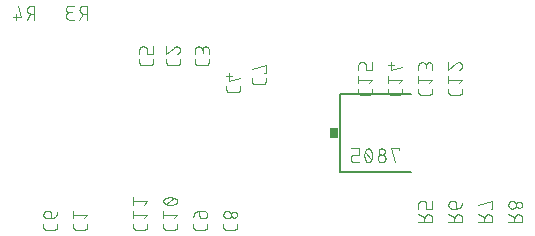
<source format=gbr>
G04 EAGLE Gerber X2 export*
%TF.Part,Single*%
%TF.FileFunction,Legend,Bot,1*%
%TF.FilePolarity,Positive*%
%TF.GenerationSoftware,Autodesk,EAGLE,8.6.3*%
%TF.CreationDate,2019-03-08T23:17:09Z*%
G75*
%MOMM*%
%FSLAX34Y34*%
%LPD*%
%AMOC8*
5,1,8,0,0,1.08239X$1,22.5*%
G01*
%ADD10C,0.203200*%
%ADD11R,0.762000X0.863600*%
%ADD12C,0.101600*%


D10*
X485394Y208026D02*
X425450Y208030D01*
X425450Y142490D01*
X485394Y142494D01*
D11*
X420624Y175260D03*
D12*
X475629Y162052D02*
X475629Y160754D01*
X475629Y162052D02*
X469138Y162052D01*
X472383Y150368D01*
X464199Y153614D02*
X464197Y153727D01*
X464191Y153840D01*
X464181Y153953D01*
X464167Y154066D01*
X464150Y154178D01*
X464128Y154289D01*
X464103Y154399D01*
X464073Y154509D01*
X464040Y154617D01*
X464003Y154724D01*
X463963Y154830D01*
X463918Y154934D01*
X463870Y155037D01*
X463819Y155138D01*
X463764Y155237D01*
X463706Y155334D01*
X463644Y155429D01*
X463579Y155522D01*
X463511Y155612D01*
X463440Y155700D01*
X463365Y155786D01*
X463288Y155869D01*
X463208Y155949D01*
X463125Y156026D01*
X463039Y156101D01*
X462951Y156172D01*
X462861Y156240D01*
X462768Y156305D01*
X462673Y156367D01*
X462576Y156425D01*
X462477Y156480D01*
X462376Y156531D01*
X462273Y156579D01*
X462169Y156624D01*
X462063Y156664D01*
X461956Y156701D01*
X461848Y156734D01*
X461738Y156764D01*
X461628Y156789D01*
X461517Y156811D01*
X461405Y156828D01*
X461292Y156842D01*
X461179Y156852D01*
X461066Y156858D01*
X460953Y156860D01*
X460840Y156858D01*
X460727Y156852D01*
X460614Y156842D01*
X460501Y156828D01*
X460389Y156811D01*
X460278Y156789D01*
X460168Y156764D01*
X460058Y156734D01*
X459950Y156701D01*
X459843Y156664D01*
X459737Y156624D01*
X459633Y156579D01*
X459530Y156531D01*
X459429Y156480D01*
X459330Y156425D01*
X459233Y156367D01*
X459138Y156305D01*
X459045Y156240D01*
X458955Y156172D01*
X458867Y156101D01*
X458781Y156026D01*
X458698Y155949D01*
X458618Y155869D01*
X458541Y155786D01*
X458466Y155700D01*
X458395Y155612D01*
X458327Y155522D01*
X458262Y155429D01*
X458200Y155334D01*
X458142Y155237D01*
X458087Y155138D01*
X458036Y155037D01*
X457988Y154934D01*
X457943Y154830D01*
X457903Y154724D01*
X457866Y154617D01*
X457833Y154509D01*
X457803Y154399D01*
X457778Y154289D01*
X457756Y154178D01*
X457739Y154066D01*
X457725Y153953D01*
X457715Y153840D01*
X457709Y153727D01*
X457707Y153614D01*
X457709Y153501D01*
X457715Y153388D01*
X457725Y153275D01*
X457739Y153162D01*
X457756Y153050D01*
X457778Y152939D01*
X457803Y152829D01*
X457833Y152719D01*
X457866Y152611D01*
X457903Y152504D01*
X457943Y152398D01*
X457988Y152294D01*
X458036Y152191D01*
X458087Y152090D01*
X458142Y151991D01*
X458200Y151894D01*
X458262Y151799D01*
X458327Y151706D01*
X458395Y151616D01*
X458466Y151528D01*
X458541Y151442D01*
X458618Y151359D01*
X458698Y151279D01*
X458781Y151202D01*
X458867Y151127D01*
X458955Y151056D01*
X459045Y150988D01*
X459138Y150923D01*
X459233Y150861D01*
X459330Y150803D01*
X459429Y150748D01*
X459530Y150697D01*
X459633Y150649D01*
X459737Y150604D01*
X459843Y150564D01*
X459950Y150527D01*
X460058Y150494D01*
X460168Y150464D01*
X460278Y150439D01*
X460389Y150417D01*
X460501Y150400D01*
X460614Y150386D01*
X460727Y150376D01*
X460840Y150370D01*
X460953Y150368D01*
X461066Y150370D01*
X461179Y150376D01*
X461292Y150386D01*
X461405Y150400D01*
X461517Y150417D01*
X461628Y150439D01*
X461738Y150464D01*
X461848Y150494D01*
X461956Y150527D01*
X462063Y150564D01*
X462169Y150604D01*
X462273Y150649D01*
X462376Y150697D01*
X462477Y150748D01*
X462576Y150803D01*
X462673Y150861D01*
X462768Y150923D01*
X462861Y150988D01*
X462951Y151056D01*
X463039Y151127D01*
X463125Y151202D01*
X463208Y151279D01*
X463288Y151359D01*
X463365Y151442D01*
X463440Y151528D01*
X463511Y151616D01*
X463579Y151706D01*
X463644Y151799D01*
X463706Y151894D01*
X463764Y151991D01*
X463819Y152090D01*
X463870Y152191D01*
X463918Y152294D01*
X463963Y152398D01*
X464003Y152504D01*
X464040Y152611D01*
X464073Y152719D01*
X464103Y152829D01*
X464128Y152939D01*
X464150Y153050D01*
X464167Y153162D01*
X464181Y153275D01*
X464191Y153388D01*
X464197Y153501D01*
X464199Y153614D01*
X463549Y159456D02*
X463547Y159557D01*
X463541Y159657D01*
X463531Y159757D01*
X463518Y159857D01*
X463500Y159956D01*
X463479Y160055D01*
X463454Y160152D01*
X463425Y160249D01*
X463392Y160344D01*
X463356Y160438D01*
X463316Y160530D01*
X463273Y160621D01*
X463226Y160710D01*
X463176Y160797D01*
X463122Y160883D01*
X463065Y160966D01*
X463005Y161046D01*
X462942Y161125D01*
X462875Y161201D01*
X462806Y161274D01*
X462734Y161344D01*
X462660Y161412D01*
X462583Y161477D01*
X462503Y161538D01*
X462421Y161597D01*
X462337Y161652D01*
X462251Y161704D01*
X462163Y161753D01*
X462073Y161798D01*
X461981Y161840D01*
X461888Y161878D01*
X461793Y161912D01*
X461698Y161943D01*
X461601Y161970D01*
X461503Y161993D01*
X461404Y162013D01*
X461304Y162028D01*
X461204Y162040D01*
X461104Y162048D01*
X461003Y162052D01*
X460903Y162052D01*
X460802Y162048D01*
X460702Y162040D01*
X460602Y162028D01*
X460502Y162013D01*
X460403Y161993D01*
X460305Y161970D01*
X460208Y161943D01*
X460113Y161912D01*
X460018Y161878D01*
X459925Y161840D01*
X459833Y161798D01*
X459743Y161753D01*
X459655Y161704D01*
X459569Y161652D01*
X459485Y161597D01*
X459403Y161538D01*
X459323Y161477D01*
X459246Y161412D01*
X459172Y161344D01*
X459100Y161274D01*
X459031Y161201D01*
X458964Y161125D01*
X458901Y161046D01*
X458841Y160966D01*
X458784Y160883D01*
X458730Y160797D01*
X458680Y160710D01*
X458633Y160621D01*
X458590Y160530D01*
X458550Y160438D01*
X458514Y160344D01*
X458481Y160249D01*
X458452Y160152D01*
X458427Y160055D01*
X458406Y159956D01*
X458388Y159857D01*
X458375Y159757D01*
X458365Y159657D01*
X458359Y159557D01*
X458357Y159456D01*
X458359Y159355D01*
X458365Y159255D01*
X458375Y159155D01*
X458388Y159055D01*
X458406Y158956D01*
X458427Y158857D01*
X458452Y158760D01*
X458481Y158663D01*
X458514Y158568D01*
X458550Y158474D01*
X458590Y158382D01*
X458633Y158291D01*
X458680Y158202D01*
X458730Y158115D01*
X458784Y158029D01*
X458841Y157946D01*
X458901Y157866D01*
X458964Y157787D01*
X459031Y157711D01*
X459100Y157638D01*
X459172Y157568D01*
X459246Y157500D01*
X459323Y157435D01*
X459403Y157374D01*
X459485Y157315D01*
X459569Y157260D01*
X459655Y157208D01*
X459743Y157159D01*
X459833Y157114D01*
X459925Y157072D01*
X460018Y157034D01*
X460113Y157000D01*
X460208Y156969D01*
X460305Y156942D01*
X460403Y156919D01*
X460502Y156899D01*
X460602Y156884D01*
X460702Y156872D01*
X460802Y156864D01*
X460903Y156860D01*
X461003Y156860D01*
X461104Y156864D01*
X461204Y156872D01*
X461304Y156884D01*
X461404Y156899D01*
X461503Y156919D01*
X461601Y156942D01*
X461698Y156969D01*
X461793Y157000D01*
X461888Y157034D01*
X461981Y157072D01*
X462073Y157114D01*
X462163Y157159D01*
X462251Y157208D01*
X462337Y157260D01*
X462421Y157315D01*
X462503Y157374D01*
X462583Y157435D01*
X462660Y157500D01*
X462734Y157568D01*
X462806Y157638D01*
X462875Y157711D01*
X462942Y157787D01*
X463005Y157866D01*
X463065Y157946D01*
X463122Y158029D01*
X463176Y158115D01*
X463226Y158202D01*
X463273Y158291D01*
X463316Y158382D01*
X463356Y158474D01*
X463392Y158568D01*
X463425Y158663D01*
X463454Y158760D01*
X463479Y158857D01*
X463500Y158956D01*
X463518Y159055D01*
X463531Y159155D01*
X463541Y159255D01*
X463547Y159355D01*
X463549Y159456D01*
X452770Y156210D02*
X452767Y156440D01*
X452759Y156670D01*
X452745Y156899D01*
X452726Y157128D01*
X452701Y157357D01*
X452671Y157585D01*
X452636Y157812D01*
X452595Y158038D01*
X452549Y158263D01*
X452497Y158487D01*
X452440Y158710D01*
X452378Y158931D01*
X452310Y159151D01*
X452237Y159369D01*
X452159Y159585D01*
X452076Y159799D01*
X451988Y160012D01*
X451895Y160222D01*
X451796Y160429D01*
X451763Y160519D01*
X451727Y160608D01*
X451687Y160696D01*
X451643Y160781D01*
X451596Y160865D01*
X451546Y160947D01*
X451492Y161027D01*
X451436Y161104D01*
X451376Y161180D01*
X451313Y161253D01*
X451248Y161323D01*
X451179Y161391D01*
X451108Y161455D01*
X451035Y161517D01*
X450959Y161576D01*
X450881Y161632D01*
X450800Y161685D01*
X450718Y161734D01*
X450634Y161780D01*
X450547Y161823D01*
X450460Y161862D01*
X450370Y161898D01*
X450280Y161930D01*
X450188Y161958D01*
X450095Y161983D01*
X450001Y162004D01*
X449907Y162021D01*
X449812Y162035D01*
X449716Y162044D01*
X449620Y162050D01*
X449524Y162052D01*
X449428Y162050D01*
X449332Y162044D01*
X449236Y162035D01*
X449141Y162021D01*
X449047Y162004D01*
X448953Y161983D01*
X448860Y161958D01*
X448768Y161930D01*
X448678Y161898D01*
X448588Y161862D01*
X448501Y161823D01*
X448414Y161780D01*
X448330Y161734D01*
X448248Y161685D01*
X448167Y161632D01*
X448089Y161576D01*
X448013Y161517D01*
X447940Y161455D01*
X447869Y161391D01*
X447800Y161323D01*
X447735Y161253D01*
X447672Y161180D01*
X447612Y161105D01*
X447556Y161027D01*
X447502Y160947D01*
X447452Y160865D01*
X447405Y160781D01*
X447362Y160696D01*
X447321Y160608D01*
X447285Y160519D01*
X447252Y160429D01*
X447153Y160221D01*
X447060Y160011D01*
X446972Y159799D01*
X446889Y159585D01*
X446811Y159368D01*
X446738Y159150D01*
X446670Y158931D01*
X446608Y158709D01*
X446551Y158487D01*
X446499Y158263D01*
X446453Y158038D01*
X446412Y157812D01*
X446377Y157584D01*
X446347Y157357D01*
X446322Y157128D01*
X446303Y156899D01*
X446289Y156670D01*
X446281Y156440D01*
X446278Y156210D01*
X452769Y156210D02*
X452766Y155980D01*
X452758Y155750D01*
X452744Y155521D01*
X452725Y155292D01*
X452700Y155063D01*
X452670Y154835D01*
X452635Y154608D01*
X452594Y154382D01*
X452548Y154157D01*
X452496Y153933D01*
X452439Y153710D01*
X452377Y153489D01*
X452309Y153269D01*
X452236Y153051D01*
X452158Y152835D01*
X452075Y152621D01*
X451987Y152409D01*
X451894Y152198D01*
X451795Y151991D01*
X451796Y151991D02*
X451763Y151901D01*
X451727Y151812D01*
X451686Y151724D01*
X451643Y151639D01*
X451596Y151555D01*
X451546Y151473D01*
X451492Y151393D01*
X451436Y151316D01*
X451376Y151240D01*
X451313Y151167D01*
X451248Y151097D01*
X451179Y151029D01*
X451108Y150965D01*
X451035Y150903D01*
X450959Y150844D01*
X450881Y150788D01*
X450800Y150735D01*
X450718Y150686D01*
X450634Y150640D01*
X450547Y150597D01*
X450460Y150558D01*
X450370Y150522D01*
X450280Y150490D01*
X450188Y150462D01*
X450095Y150437D01*
X450001Y150416D01*
X449907Y150399D01*
X449812Y150385D01*
X449716Y150376D01*
X449620Y150370D01*
X449524Y150368D01*
X447252Y151991D02*
X447153Y152198D01*
X447060Y152409D01*
X446972Y152621D01*
X446889Y152835D01*
X446811Y153051D01*
X446738Y153269D01*
X446670Y153489D01*
X446608Y153710D01*
X446551Y153933D01*
X446499Y154157D01*
X446453Y154382D01*
X446412Y154608D01*
X446377Y154835D01*
X446347Y155063D01*
X446322Y155292D01*
X446303Y155521D01*
X446289Y155750D01*
X446281Y155980D01*
X446278Y156210D01*
X447252Y151991D02*
X447285Y151901D01*
X447321Y151812D01*
X447362Y151724D01*
X447405Y151639D01*
X447452Y151555D01*
X447502Y151473D01*
X447556Y151393D01*
X447612Y151315D01*
X447672Y151240D01*
X447735Y151167D01*
X447800Y151097D01*
X447869Y151029D01*
X447940Y150965D01*
X448013Y150903D01*
X448089Y150844D01*
X448167Y150788D01*
X448248Y150735D01*
X448330Y150686D01*
X448414Y150640D01*
X448501Y150597D01*
X448588Y150558D01*
X448678Y150522D01*
X448768Y150490D01*
X448860Y150462D01*
X448953Y150437D01*
X449047Y150416D01*
X449141Y150399D01*
X449236Y150385D01*
X449332Y150376D01*
X449428Y150370D01*
X449524Y150368D01*
X452120Y152964D02*
X446927Y159456D01*
X441339Y150368D02*
X437444Y150368D01*
X437345Y150370D01*
X437245Y150376D01*
X437146Y150385D01*
X437048Y150398D01*
X436950Y150415D01*
X436852Y150436D01*
X436756Y150461D01*
X436661Y150489D01*
X436567Y150521D01*
X436474Y150556D01*
X436382Y150595D01*
X436292Y150638D01*
X436204Y150683D01*
X436117Y150733D01*
X436033Y150785D01*
X435950Y150841D01*
X435870Y150899D01*
X435792Y150961D01*
X435717Y151026D01*
X435644Y151094D01*
X435574Y151164D01*
X435506Y151237D01*
X435441Y151312D01*
X435379Y151390D01*
X435321Y151470D01*
X435265Y151553D01*
X435213Y151637D01*
X435163Y151724D01*
X435118Y151812D01*
X435075Y151902D01*
X435036Y151994D01*
X435001Y152087D01*
X434969Y152181D01*
X434941Y152276D01*
X434916Y152372D01*
X434895Y152470D01*
X434878Y152568D01*
X434865Y152666D01*
X434856Y152765D01*
X434850Y152865D01*
X434848Y152964D01*
X434848Y154263D01*
X434850Y154362D01*
X434856Y154462D01*
X434865Y154561D01*
X434878Y154659D01*
X434895Y154757D01*
X434916Y154855D01*
X434941Y154951D01*
X434969Y155046D01*
X435001Y155140D01*
X435036Y155233D01*
X435075Y155325D01*
X435118Y155415D01*
X435163Y155503D01*
X435213Y155590D01*
X435265Y155674D01*
X435321Y155757D01*
X435379Y155837D01*
X435441Y155915D01*
X435506Y155990D01*
X435574Y156063D01*
X435644Y156133D01*
X435717Y156201D01*
X435792Y156266D01*
X435870Y156328D01*
X435950Y156386D01*
X436033Y156442D01*
X436117Y156494D01*
X436204Y156544D01*
X436292Y156589D01*
X436382Y156632D01*
X436474Y156671D01*
X436567Y156706D01*
X436661Y156738D01*
X436756Y156766D01*
X436852Y156791D01*
X436950Y156812D01*
X437048Y156829D01*
X437146Y156842D01*
X437245Y156851D01*
X437345Y156857D01*
X437444Y156859D01*
X441339Y156859D01*
X441339Y162052D01*
X434848Y162052D01*
X199898Y98411D02*
X199898Y95814D01*
X199900Y95715D01*
X199906Y95615D01*
X199915Y95516D01*
X199928Y95418D01*
X199945Y95320D01*
X199966Y95222D01*
X199991Y95126D01*
X200019Y95031D01*
X200051Y94937D01*
X200086Y94844D01*
X200125Y94752D01*
X200168Y94662D01*
X200213Y94574D01*
X200263Y94487D01*
X200315Y94403D01*
X200371Y94320D01*
X200429Y94240D01*
X200491Y94162D01*
X200556Y94087D01*
X200624Y94014D01*
X200694Y93944D01*
X200767Y93876D01*
X200842Y93811D01*
X200920Y93749D01*
X201000Y93691D01*
X201083Y93635D01*
X201167Y93583D01*
X201254Y93533D01*
X201342Y93488D01*
X201432Y93445D01*
X201524Y93406D01*
X201617Y93371D01*
X201711Y93339D01*
X201806Y93311D01*
X201902Y93286D01*
X202000Y93265D01*
X202098Y93248D01*
X202196Y93235D01*
X202295Y93226D01*
X202395Y93220D01*
X202494Y93218D01*
X208986Y93218D01*
X209085Y93220D01*
X209185Y93226D01*
X209284Y93235D01*
X209382Y93248D01*
X209480Y93265D01*
X209578Y93286D01*
X209674Y93311D01*
X209769Y93339D01*
X209863Y93371D01*
X209956Y93406D01*
X210048Y93445D01*
X210138Y93488D01*
X210226Y93533D01*
X210313Y93583D01*
X210397Y93635D01*
X210480Y93691D01*
X210560Y93749D01*
X210638Y93811D01*
X210713Y93876D01*
X210786Y93944D01*
X210856Y94014D01*
X210924Y94087D01*
X210989Y94162D01*
X211051Y94240D01*
X211109Y94320D01*
X211165Y94403D01*
X211217Y94487D01*
X211267Y94574D01*
X211312Y94662D01*
X211355Y94752D01*
X211394Y94844D01*
X211429Y94936D01*
X211461Y95031D01*
X211489Y95126D01*
X211514Y95222D01*
X211535Y95320D01*
X211552Y95418D01*
X211565Y95516D01*
X211574Y95615D01*
X211580Y95715D01*
X211582Y95814D01*
X211582Y98411D01*
X208986Y102776D02*
X211582Y106022D01*
X199898Y106022D01*
X199898Y109267D02*
X199898Y102776D01*
X276098Y98411D02*
X276098Y95814D01*
X276100Y95715D01*
X276106Y95615D01*
X276115Y95516D01*
X276128Y95418D01*
X276145Y95320D01*
X276166Y95222D01*
X276191Y95126D01*
X276219Y95031D01*
X276251Y94937D01*
X276286Y94844D01*
X276325Y94752D01*
X276368Y94662D01*
X276413Y94574D01*
X276463Y94487D01*
X276515Y94403D01*
X276571Y94320D01*
X276629Y94240D01*
X276691Y94162D01*
X276756Y94087D01*
X276824Y94014D01*
X276894Y93944D01*
X276967Y93876D01*
X277042Y93811D01*
X277120Y93749D01*
X277200Y93691D01*
X277283Y93635D01*
X277367Y93583D01*
X277454Y93533D01*
X277542Y93488D01*
X277632Y93445D01*
X277724Y93406D01*
X277817Y93371D01*
X277911Y93339D01*
X278006Y93311D01*
X278102Y93286D01*
X278200Y93265D01*
X278298Y93248D01*
X278396Y93235D01*
X278495Y93226D01*
X278595Y93220D01*
X278694Y93218D01*
X285186Y93218D01*
X285285Y93220D01*
X285385Y93226D01*
X285484Y93235D01*
X285582Y93248D01*
X285680Y93265D01*
X285778Y93286D01*
X285874Y93311D01*
X285969Y93339D01*
X286063Y93371D01*
X286156Y93406D01*
X286248Y93445D01*
X286338Y93488D01*
X286426Y93533D01*
X286513Y93583D01*
X286597Y93635D01*
X286680Y93691D01*
X286760Y93749D01*
X286838Y93811D01*
X286913Y93876D01*
X286986Y93944D01*
X287056Y94014D01*
X287124Y94087D01*
X287189Y94162D01*
X287251Y94240D01*
X287309Y94320D01*
X287365Y94403D01*
X287417Y94487D01*
X287467Y94574D01*
X287512Y94662D01*
X287555Y94752D01*
X287594Y94844D01*
X287629Y94936D01*
X287661Y95031D01*
X287689Y95126D01*
X287714Y95222D01*
X287735Y95320D01*
X287752Y95418D01*
X287765Y95516D01*
X287774Y95615D01*
X287780Y95715D01*
X287782Y95814D01*
X287782Y98411D01*
X285186Y102776D02*
X287782Y106022D01*
X276098Y106022D01*
X276098Y109267D02*
X276098Y102776D01*
X281940Y114207D02*
X282170Y114210D01*
X282400Y114218D01*
X282629Y114232D01*
X282858Y114251D01*
X283087Y114276D01*
X283314Y114306D01*
X283542Y114341D01*
X283768Y114382D01*
X283993Y114428D01*
X284217Y114480D01*
X284439Y114537D01*
X284661Y114599D01*
X284880Y114667D01*
X285098Y114740D01*
X285315Y114818D01*
X285529Y114901D01*
X285741Y114989D01*
X285951Y115082D01*
X286159Y115181D01*
X286159Y115180D02*
X286249Y115213D01*
X286338Y115249D01*
X286426Y115289D01*
X286511Y115333D01*
X286595Y115380D01*
X286677Y115430D01*
X286757Y115484D01*
X286834Y115540D01*
X286910Y115600D01*
X286983Y115663D01*
X287053Y115728D01*
X287121Y115797D01*
X287185Y115868D01*
X287247Y115941D01*
X287306Y116017D01*
X287362Y116095D01*
X287415Y116176D01*
X287464Y116258D01*
X287510Y116342D01*
X287553Y116429D01*
X287592Y116516D01*
X287628Y116606D01*
X287660Y116696D01*
X287688Y116788D01*
X287713Y116881D01*
X287734Y116975D01*
X287751Y117069D01*
X287765Y117164D01*
X287774Y117260D01*
X287780Y117356D01*
X287782Y117452D01*
X287780Y117548D01*
X287774Y117644D01*
X287765Y117740D01*
X287751Y117835D01*
X287734Y117929D01*
X287713Y118023D01*
X287688Y118116D01*
X287660Y118208D01*
X287628Y118298D01*
X287592Y118388D01*
X287553Y118475D01*
X287510Y118562D01*
X287464Y118646D01*
X287415Y118728D01*
X287362Y118809D01*
X287306Y118887D01*
X287247Y118963D01*
X287185Y119036D01*
X287121Y119107D01*
X287053Y119176D01*
X286983Y119241D01*
X286910Y119304D01*
X286834Y119364D01*
X286757Y119420D01*
X286677Y119474D01*
X286595Y119524D01*
X286511Y119571D01*
X286426Y119615D01*
X286338Y119655D01*
X286249Y119691D01*
X286159Y119724D01*
X285952Y119823D01*
X285742Y119916D01*
X285529Y120004D01*
X285315Y120087D01*
X285099Y120165D01*
X284881Y120238D01*
X284661Y120306D01*
X284440Y120368D01*
X284217Y120425D01*
X283993Y120477D01*
X283768Y120523D01*
X283542Y120564D01*
X283315Y120599D01*
X283087Y120629D01*
X282858Y120654D01*
X282629Y120673D01*
X282400Y120687D01*
X282170Y120695D01*
X281940Y120698D01*
X281940Y114206D02*
X281710Y114209D01*
X281480Y114217D01*
X281251Y114231D01*
X281022Y114250D01*
X280793Y114275D01*
X280565Y114305D01*
X280338Y114340D01*
X280112Y114381D01*
X279887Y114427D01*
X279663Y114479D01*
X279440Y114536D01*
X279219Y114598D01*
X278999Y114666D01*
X278781Y114739D01*
X278565Y114817D01*
X278351Y114900D01*
X278139Y114988D01*
X277928Y115081D01*
X277721Y115180D01*
X277631Y115213D01*
X277542Y115249D01*
X277454Y115290D01*
X277369Y115333D01*
X277285Y115380D01*
X277203Y115430D01*
X277123Y115484D01*
X277046Y115540D01*
X276970Y115600D01*
X276897Y115663D01*
X276827Y115728D01*
X276759Y115797D01*
X276695Y115868D01*
X276633Y115941D01*
X276574Y116017D01*
X276518Y116095D01*
X276465Y116176D01*
X276416Y116258D01*
X276370Y116342D01*
X276327Y116429D01*
X276288Y116516D01*
X276252Y116606D01*
X276220Y116696D01*
X276192Y116788D01*
X276167Y116881D01*
X276146Y116975D01*
X276129Y117069D01*
X276115Y117164D01*
X276106Y117260D01*
X276100Y117356D01*
X276098Y117452D01*
X277721Y119724D02*
X277928Y119823D01*
X278139Y119916D01*
X278351Y120004D01*
X278565Y120087D01*
X278781Y120165D01*
X278999Y120238D01*
X279219Y120306D01*
X279440Y120368D01*
X279663Y120425D01*
X279887Y120477D01*
X280112Y120523D01*
X280338Y120564D01*
X280565Y120599D01*
X280793Y120629D01*
X281022Y120654D01*
X281251Y120673D01*
X281480Y120687D01*
X281710Y120695D01*
X281940Y120698D01*
X277721Y119724D02*
X277631Y119691D01*
X277542Y119655D01*
X277454Y119615D01*
X277369Y119571D01*
X277285Y119524D01*
X277203Y119474D01*
X277123Y119420D01*
X277046Y119364D01*
X276970Y119304D01*
X276897Y119241D01*
X276827Y119176D01*
X276759Y119107D01*
X276695Y119036D01*
X276633Y118963D01*
X276574Y118887D01*
X276518Y118809D01*
X276465Y118728D01*
X276416Y118646D01*
X276370Y118562D01*
X276327Y118475D01*
X276288Y118388D01*
X276252Y118298D01*
X276220Y118208D01*
X276192Y118116D01*
X276167Y118023D01*
X276146Y117929D01*
X276129Y117835D01*
X276115Y117740D01*
X276106Y117644D01*
X276100Y117548D01*
X276098Y117452D01*
X278694Y114855D02*
X285186Y120048D01*
X250698Y98411D02*
X250698Y95814D01*
X250700Y95715D01*
X250706Y95615D01*
X250715Y95516D01*
X250728Y95418D01*
X250745Y95320D01*
X250766Y95222D01*
X250791Y95126D01*
X250819Y95031D01*
X250851Y94937D01*
X250886Y94844D01*
X250925Y94752D01*
X250968Y94662D01*
X251013Y94574D01*
X251063Y94487D01*
X251115Y94403D01*
X251171Y94320D01*
X251229Y94240D01*
X251291Y94162D01*
X251356Y94087D01*
X251424Y94014D01*
X251494Y93944D01*
X251567Y93876D01*
X251642Y93811D01*
X251720Y93749D01*
X251800Y93691D01*
X251883Y93635D01*
X251967Y93583D01*
X252054Y93533D01*
X252142Y93488D01*
X252232Y93445D01*
X252324Y93406D01*
X252417Y93371D01*
X252511Y93339D01*
X252606Y93311D01*
X252702Y93286D01*
X252800Y93265D01*
X252898Y93248D01*
X252996Y93235D01*
X253095Y93226D01*
X253195Y93220D01*
X253294Y93218D01*
X259786Y93218D01*
X259885Y93220D01*
X259985Y93226D01*
X260084Y93235D01*
X260182Y93248D01*
X260280Y93265D01*
X260378Y93286D01*
X260474Y93311D01*
X260569Y93339D01*
X260663Y93371D01*
X260756Y93406D01*
X260848Y93445D01*
X260938Y93488D01*
X261026Y93533D01*
X261113Y93583D01*
X261197Y93635D01*
X261280Y93691D01*
X261360Y93749D01*
X261438Y93811D01*
X261513Y93876D01*
X261586Y93944D01*
X261656Y94014D01*
X261724Y94087D01*
X261789Y94162D01*
X261851Y94240D01*
X261909Y94320D01*
X261965Y94403D01*
X262017Y94487D01*
X262067Y94574D01*
X262112Y94662D01*
X262155Y94752D01*
X262194Y94844D01*
X262229Y94936D01*
X262261Y95031D01*
X262289Y95126D01*
X262314Y95222D01*
X262335Y95320D01*
X262352Y95418D01*
X262365Y95516D01*
X262374Y95615D01*
X262380Y95715D01*
X262382Y95814D01*
X262382Y98411D01*
X259786Y102776D02*
X262382Y106022D01*
X250698Y106022D01*
X250698Y109267D02*
X250698Y102776D01*
X259786Y114206D02*
X262382Y117452D01*
X250698Y117452D01*
X250698Y120697D02*
X250698Y114206D01*
X517398Y210114D02*
X517398Y212711D01*
X517398Y210114D02*
X517400Y210015D01*
X517406Y209915D01*
X517415Y209816D01*
X517428Y209718D01*
X517445Y209620D01*
X517466Y209522D01*
X517491Y209426D01*
X517519Y209331D01*
X517551Y209237D01*
X517586Y209144D01*
X517625Y209052D01*
X517668Y208962D01*
X517713Y208874D01*
X517763Y208787D01*
X517815Y208703D01*
X517871Y208620D01*
X517929Y208540D01*
X517991Y208462D01*
X518056Y208387D01*
X518124Y208314D01*
X518194Y208244D01*
X518267Y208176D01*
X518342Y208111D01*
X518420Y208049D01*
X518500Y207991D01*
X518583Y207935D01*
X518667Y207883D01*
X518754Y207833D01*
X518842Y207788D01*
X518932Y207745D01*
X519024Y207706D01*
X519117Y207671D01*
X519211Y207639D01*
X519306Y207611D01*
X519402Y207586D01*
X519500Y207565D01*
X519598Y207548D01*
X519696Y207535D01*
X519795Y207526D01*
X519895Y207520D01*
X519994Y207518D01*
X526486Y207518D01*
X526585Y207520D01*
X526685Y207526D01*
X526784Y207535D01*
X526882Y207548D01*
X526980Y207565D01*
X527078Y207586D01*
X527174Y207611D01*
X527269Y207639D01*
X527363Y207671D01*
X527456Y207706D01*
X527548Y207745D01*
X527638Y207788D01*
X527726Y207833D01*
X527813Y207883D01*
X527897Y207935D01*
X527980Y207991D01*
X528060Y208049D01*
X528138Y208111D01*
X528213Y208176D01*
X528286Y208244D01*
X528356Y208314D01*
X528424Y208387D01*
X528489Y208462D01*
X528551Y208540D01*
X528609Y208620D01*
X528665Y208703D01*
X528717Y208787D01*
X528767Y208874D01*
X528812Y208962D01*
X528855Y209052D01*
X528894Y209144D01*
X528929Y209236D01*
X528961Y209331D01*
X528989Y209426D01*
X529014Y209522D01*
X529035Y209620D01*
X529052Y209718D01*
X529065Y209816D01*
X529074Y209915D01*
X529080Y210015D01*
X529082Y210114D01*
X529082Y212711D01*
X526486Y217076D02*
X529082Y220322D01*
X517398Y220322D01*
X517398Y223567D02*
X517398Y217076D01*
X529082Y232076D02*
X529080Y232183D01*
X529074Y232289D01*
X529064Y232395D01*
X529051Y232501D01*
X529033Y232607D01*
X529012Y232711D01*
X528987Y232815D01*
X528958Y232918D01*
X528926Y233019D01*
X528889Y233119D01*
X528849Y233218D01*
X528806Y233316D01*
X528759Y233412D01*
X528708Y233506D01*
X528654Y233598D01*
X528597Y233688D01*
X528537Y233776D01*
X528473Y233861D01*
X528406Y233944D01*
X528336Y234025D01*
X528264Y234103D01*
X528188Y234179D01*
X528110Y234251D01*
X528029Y234321D01*
X527946Y234388D01*
X527861Y234452D01*
X527773Y234512D01*
X527683Y234569D01*
X527591Y234623D01*
X527497Y234674D01*
X527401Y234721D01*
X527303Y234764D01*
X527204Y234804D01*
X527104Y234841D01*
X527003Y234873D01*
X526900Y234902D01*
X526796Y234927D01*
X526692Y234948D01*
X526586Y234966D01*
X526480Y234979D01*
X526374Y234989D01*
X526268Y234995D01*
X526161Y234997D01*
X529082Y232076D02*
X529080Y231955D01*
X529074Y231834D01*
X529064Y231714D01*
X529051Y231593D01*
X529033Y231474D01*
X529012Y231354D01*
X528987Y231236D01*
X528958Y231119D01*
X528925Y231002D01*
X528889Y230887D01*
X528848Y230773D01*
X528805Y230660D01*
X528757Y230548D01*
X528706Y230439D01*
X528651Y230331D01*
X528593Y230224D01*
X528532Y230120D01*
X528467Y230018D01*
X528399Y229918D01*
X528328Y229820D01*
X528254Y229724D01*
X528177Y229631D01*
X528096Y229541D01*
X528013Y229453D01*
X527927Y229368D01*
X527838Y229285D01*
X527747Y229206D01*
X527653Y229129D01*
X527557Y229056D01*
X527459Y228986D01*
X527358Y228919D01*
X527255Y228855D01*
X527150Y228795D01*
X527043Y228738D01*
X526935Y228684D01*
X526825Y228634D01*
X526713Y228588D01*
X526600Y228545D01*
X526485Y228506D01*
X523889Y234024D02*
X523966Y234103D01*
X524047Y234179D01*
X524130Y234252D01*
X524215Y234322D01*
X524303Y234389D01*
X524393Y234453D01*
X524485Y234513D01*
X524580Y234570D01*
X524676Y234624D01*
X524774Y234675D01*
X524874Y234722D01*
X524976Y234766D01*
X525079Y234806D01*
X525183Y234842D01*
X525289Y234874D01*
X525395Y234903D01*
X525503Y234928D01*
X525611Y234950D01*
X525721Y234967D01*
X525830Y234981D01*
X525940Y234990D01*
X526051Y234996D01*
X526161Y234998D01*
X523889Y234024D02*
X517398Y228506D01*
X517398Y234997D01*
X491998Y212711D02*
X491998Y210114D01*
X492000Y210015D01*
X492006Y209915D01*
X492015Y209816D01*
X492028Y209718D01*
X492045Y209620D01*
X492066Y209522D01*
X492091Y209426D01*
X492119Y209331D01*
X492151Y209237D01*
X492186Y209144D01*
X492225Y209052D01*
X492268Y208962D01*
X492313Y208874D01*
X492363Y208787D01*
X492415Y208703D01*
X492471Y208620D01*
X492529Y208540D01*
X492591Y208462D01*
X492656Y208387D01*
X492724Y208314D01*
X492794Y208244D01*
X492867Y208176D01*
X492942Y208111D01*
X493020Y208049D01*
X493100Y207991D01*
X493183Y207935D01*
X493267Y207883D01*
X493354Y207833D01*
X493442Y207788D01*
X493532Y207745D01*
X493624Y207706D01*
X493717Y207671D01*
X493811Y207639D01*
X493906Y207611D01*
X494002Y207586D01*
X494100Y207565D01*
X494198Y207548D01*
X494296Y207535D01*
X494395Y207526D01*
X494495Y207520D01*
X494594Y207518D01*
X501086Y207518D01*
X501185Y207520D01*
X501285Y207526D01*
X501384Y207535D01*
X501482Y207548D01*
X501580Y207565D01*
X501678Y207586D01*
X501774Y207611D01*
X501869Y207639D01*
X501963Y207671D01*
X502056Y207706D01*
X502148Y207745D01*
X502238Y207788D01*
X502326Y207833D01*
X502413Y207883D01*
X502497Y207935D01*
X502580Y207991D01*
X502660Y208049D01*
X502738Y208111D01*
X502813Y208176D01*
X502886Y208244D01*
X502956Y208314D01*
X503024Y208387D01*
X503089Y208462D01*
X503151Y208540D01*
X503209Y208620D01*
X503265Y208703D01*
X503317Y208787D01*
X503367Y208874D01*
X503412Y208962D01*
X503455Y209052D01*
X503494Y209144D01*
X503529Y209236D01*
X503561Y209331D01*
X503589Y209426D01*
X503614Y209522D01*
X503635Y209620D01*
X503652Y209718D01*
X503665Y209816D01*
X503674Y209915D01*
X503680Y210015D01*
X503682Y210114D01*
X503682Y212711D01*
X501086Y217076D02*
X503682Y220322D01*
X491998Y220322D01*
X491998Y223567D02*
X491998Y217076D01*
X491998Y228506D02*
X491998Y231752D01*
X492000Y231865D01*
X492006Y231978D01*
X492016Y232091D01*
X492030Y232204D01*
X492047Y232316D01*
X492069Y232427D01*
X492094Y232537D01*
X492124Y232647D01*
X492157Y232755D01*
X492194Y232862D01*
X492234Y232968D01*
X492279Y233072D01*
X492327Y233175D01*
X492378Y233276D01*
X492433Y233375D01*
X492491Y233472D01*
X492553Y233567D01*
X492618Y233660D01*
X492686Y233750D01*
X492757Y233838D01*
X492832Y233924D01*
X492909Y234007D01*
X492989Y234087D01*
X493072Y234164D01*
X493158Y234239D01*
X493246Y234310D01*
X493336Y234378D01*
X493429Y234443D01*
X493524Y234505D01*
X493621Y234563D01*
X493720Y234618D01*
X493821Y234669D01*
X493924Y234717D01*
X494028Y234762D01*
X494134Y234802D01*
X494241Y234839D01*
X494349Y234872D01*
X494459Y234902D01*
X494569Y234927D01*
X494680Y234949D01*
X494792Y234966D01*
X494905Y234980D01*
X495018Y234990D01*
X495131Y234996D01*
X495244Y234998D01*
X495357Y234996D01*
X495470Y234990D01*
X495583Y234980D01*
X495696Y234966D01*
X495808Y234949D01*
X495919Y234927D01*
X496029Y234902D01*
X496139Y234872D01*
X496247Y234839D01*
X496354Y234802D01*
X496460Y234762D01*
X496564Y234717D01*
X496667Y234669D01*
X496768Y234618D01*
X496867Y234563D01*
X496964Y234505D01*
X497059Y234443D01*
X497152Y234378D01*
X497242Y234310D01*
X497330Y234239D01*
X497416Y234164D01*
X497499Y234087D01*
X497579Y234007D01*
X497656Y233924D01*
X497731Y233838D01*
X497802Y233750D01*
X497870Y233660D01*
X497935Y233567D01*
X497997Y233472D01*
X498055Y233375D01*
X498110Y233276D01*
X498161Y233175D01*
X498209Y233072D01*
X498254Y232968D01*
X498294Y232862D01*
X498331Y232755D01*
X498364Y232647D01*
X498394Y232537D01*
X498419Y232427D01*
X498441Y232316D01*
X498458Y232204D01*
X498472Y232091D01*
X498482Y231978D01*
X498488Y231865D01*
X498490Y231752D01*
X503682Y232401D02*
X503682Y228506D01*
X503682Y232401D02*
X503680Y232502D01*
X503674Y232602D01*
X503664Y232702D01*
X503651Y232802D01*
X503633Y232901D01*
X503612Y233000D01*
X503587Y233097D01*
X503558Y233194D01*
X503525Y233289D01*
X503489Y233383D01*
X503449Y233475D01*
X503406Y233566D01*
X503359Y233655D01*
X503309Y233742D01*
X503255Y233828D01*
X503198Y233911D01*
X503138Y233991D01*
X503075Y234070D01*
X503008Y234146D01*
X502939Y234219D01*
X502867Y234289D01*
X502793Y234357D01*
X502716Y234422D01*
X502636Y234483D01*
X502554Y234542D01*
X502470Y234597D01*
X502384Y234649D01*
X502296Y234698D01*
X502206Y234743D01*
X502114Y234785D01*
X502021Y234823D01*
X501926Y234857D01*
X501831Y234888D01*
X501734Y234915D01*
X501636Y234938D01*
X501537Y234958D01*
X501437Y234973D01*
X501337Y234985D01*
X501237Y234993D01*
X501136Y234997D01*
X501036Y234997D01*
X500935Y234993D01*
X500835Y234985D01*
X500735Y234973D01*
X500635Y234958D01*
X500536Y234938D01*
X500438Y234915D01*
X500341Y234888D01*
X500246Y234857D01*
X500151Y234823D01*
X500058Y234785D01*
X499966Y234743D01*
X499876Y234698D01*
X499788Y234649D01*
X499702Y234597D01*
X499618Y234542D01*
X499536Y234483D01*
X499456Y234422D01*
X499379Y234357D01*
X499305Y234289D01*
X499233Y234219D01*
X499164Y234146D01*
X499097Y234070D01*
X499034Y233991D01*
X498974Y233911D01*
X498917Y233828D01*
X498863Y233742D01*
X498813Y233655D01*
X498766Y233566D01*
X498723Y233475D01*
X498683Y233383D01*
X498647Y233289D01*
X498614Y233194D01*
X498585Y233097D01*
X498560Y233000D01*
X498539Y232901D01*
X498521Y232802D01*
X498508Y232702D01*
X498498Y232602D01*
X498492Y232502D01*
X498490Y232401D01*
X498489Y232401D02*
X498489Y229804D01*
X466598Y212711D02*
X466598Y210114D01*
X466600Y210015D01*
X466606Y209915D01*
X466615Y209816D01*
X466628Y209718D01*
X466645Y209620D01*
X466666Y209522D01*
X466691Y209426D01*
X466719Y209331D01*
X466751Y209237D01*
X466786Y209144D01*
X466825Y209052D01*
X466868Y208962D01*
X466913Y208874D01*
X466963Y208787D01*
X467015Y208703D01*
X467071Y208620D01*
X467129Y208540D01*
X467191Y208462D01*
X467256Y208387D01*
X467324Y208314D01*
X467394Y208244D01*
X467467Y208176D01*
X467542Y208111D01*
X467620Y208049D01*
X467700Y207991D01*
X467783Y207935D01*
X467867Y207883D01*
X467954Y207833D01*
X468042Y207788D01*
X468132Y207745D01*
X468224Y207706D01*
X468317Y207671D01*
X468411Y207639D01*
X468506Y207611D01*
X468602Y207586D01*
X468700Y207565D01*
X468798Y207548D01*
X468896Y207535D01*
X468995Y207526D01*
X469095Y207520D01*
X469194Y207518D01*
X475686Y207518D01*
X475785Y207520D01*
X475885Y207526D01*
X475984Y207535D01*
X476082Y207548D01*
X476180Y207565D01*
X476278Y207586D01*
X476374Y207611D01*
X476469Y207639D01*
X476563Y207671D01*
X476656Y207706D01*
X476748Y207745D01*
X476838Y207788D01*
X476926Y207833D01*
X477013Y207883D01*
X477097Y207935D01*
X477180Y207991D01*
X477260Y208049D01*
X477338Y208111D01*
X477413Y208176D01*
X477486Y208244D01*
X477556Y208314D01*
X477624Y208387D01*
X477689Y208462D01*
X477751Y208540D01*
X477809Y208620D01*
X477865Y208703D01*
X477917Y208787D01*
X477967Y208874D01*
X478012Y208962D01*
X478055Y209052D01*
X478094Y209144D01*
X478129Y209236D01*
X478161Y209331D01*
X478189Y209426D01*
X478214Y209522D01*
X478235Y209620D01*
X478252Y209718D01*
X478265Y209816D01*
X478274Y209915D01*
X478280Y210015D01*
X478282Y210114D01*
X478282Y212711D01*
X475686Y217076D02*
X478282Y220322D01*
X466598Y220322D01*
X466598Y223567D02*
X466598Y217076D01*
X469194Y228506D02*
X478282Y231103D01*
X469194Y228506D02*
X469194Y234997D01*
X471791Y233050D02*
X466598Y233050D01*
X441198Y212711D02*
X441198Y210114D01*
X441200Y210015D01*
X441206Y209915D01*
X441215Y209816D01*
X441228Y209718D01*
X441245Y209620D01*
X441266Y209522D01*
X441291Y209426D01*
X441319Y209331D01*
X441351Y209237D01*
X441386Y209144D01*
X441425Y209052D01*
X441468Y208962D01*
X441513Y208874D01*
X441563Y208787D01*
X441615Y208703D01*
X441671Y208620D01*
X441729Y208540D01*
X441791Y208462D01*
X441856Y208387D01*
X441924Y208314D01*
X441994Y208244D01*
X442067Y208176D01*
X442142Y208111D01*
X442220Y208049D01*
X442300Y207991D01*
X442383Y207935D01*
X442467Y207883D01*
X442554Y207833D01*
X442642Y207788D01*
X442732Y207745D01*
X442824Y207706D01*
X442917Y207671D01*
X443011Y207639D01*
X443106Y207611D01*
X443202Y207586D01*
X443300Y207565D01*
X443398Y207548D01*
X443496Y207535D01*
X443595Y207526D01*
X443695Y207520D01*
X443794Y207518D01*
X450286Y207518D01*
X450385Y207520D01*
X450485Y207526D01*
X450584Y207535D01*
X450682Y207548D01*
X450780Y207565D01*
X450878Y207586D01*
X450974Y207611D01*
X451069Y207639D01*
X451163Y207671D01*
X451256Y207706D01*
X451348Y207745D01*
X451438Y207788D01*
X451526Y207833D01*
X451613Y207883D01*
X451697Y207935D01*
X451780Y207991D01*
X451860Y208049D01*
X451938Y208111D01*
X452013Y208176D01*
X452086Y208244D01*
X452156Y208314D01*
X452224Y208387D01*
X452289Y208462D01*
X452351Y208540D01*
X452409Y208620D01*
X452465Y208703D01*
X452517Y208787D01*
X452567Y208874D01*
X452612Y208962D01*
X452655Y209052D01*
X452694Y209144D01*
X452729Y209236D01*
X452761Y209331D01*
X452789Y209426D01*
X452814Y209522D01*
X452835Y209620D01*
X452852Y209718D01*
X452865Y209816D01*
X452874Y209915D01*
X452880Y210015D01*
X452882Y210114D01*
X452882Y212711D01*
X450286Y217076D02*
X452882Y220322D01*
X441198Y220322D01*
X441198Y223567D02*
X441198Y217076D01*
X441198Y228506D02*
X441198Y232401D01*
X441200Y232500D01*
X441206Y232600D01*
X441215Y232699D01*
X441228Y232797D01*
X441245Y232895D01*
X441266Y232993D01*
X441291Y233089D01*
X441319Y233184D01*
X441351Y233278D01*
X441386Y233371D01*
X441425Y233463D01*
X441468Y233553D01*
X441513Y233641D01*
X441563Y233728D01*
X441615Y233812D01*
X441671Y233895D01*
X441729Y233975D01*
X441791Y234053D01*
X441856Y234128D01*
X441924Y234201D01*
X441994Y234271D01*
X442067Y234339D01*
X442142Y234404D01*
X442220Y234466D01*
X442300Y234524D01*
X442383Y234580D01*
X442467Y234632D01*
X442554Y234682D01*
X442642Y234727D01*
X442732Y234770D01*
X442824Y234809D01*
X442917Y234844D01*
X443011Y234876D01*
X443106Y234904D01*
X443202Y234929D01*
X443300Y234950D01*
X443398Y234967D01*
X443496Y234980D01*
X443595Y234989D01*
X443695Y234995D01*
X443794Y234997D01*
X445093Y234997D01*
X445192Y234995D01*
X445292Y234989D01*
X445391Y234980D01*
X445489Y234967D01*
X445587Y234950D01*
X445685Y234929D01*
X445781Y234904D01*
X445876Y234876D01*
X445970Y234844D01*
X446063Y234809D01*
X446155Y234770D01*
X446245Y234727D01*
X446333Y234682D01*
X446420Y234632D01*
X446504Y234580D01*
X446587Y234524D01*
X446667Y234466D01*
X446745Y234404D01*
X446820Y234339D01*
X446893Y234271D01*
X446963Y234201D01*
X447031Y234128D01*
X447096Y234053D01*
X447158Y233975D01*
X447216Y233895D01*
X447272Y233812D01*
X447324Y233728D01*
X447374Y233641D01*
X447419Y233553D01*
X447462Y233463D01*
X447501Y233371D01*
X447536Y233278D01*
X447568Y233184D01*
X447596Y233089D01*
X447621Y232993D01*
X447642Y232895D01*
X447659Y232797D01*
X447672Y232699D01*
X447681Y232600D01*
X447687Y232500D01*
X447689Y232401D01*
X447689Y228506D01*
X452882Y228506D01*
X452882Y234997D01*
X278638Y234959D02*
X278638Y237556D01*
X278638Y234959D02*
X278640Y234860D01*
X278646Y234760D01*
X278655Y234661D01*
X278668Y234563D01*
X278685Y234465D01*
X278706Y234367D01*
X278731Y234271D01*
X278759Y234176D01*
X278791Y234082D01*
X278826Y233989D01*
X278865Y233897D01*
X278908Y233807D01*
X278953Y233719D01*
X279003Y233632D01*
X279055Y233548D01*
X279111Y233465D01*
X279169Y233385D01*
X279231Y233307D01*
X279296Y233232D01*
X279364Y233159D01*
X279434Y233089D01*
X279507Y233021D01*
X279582Y232956D01*
X279660Y232894D01*
X279740Y232836D01*
X279823Y232780D01*
X279907Y232728D01*
X279994Y232678D01*
X280082Y232633D01*
X280172Y232590D01*
X280264Y232551D01*
X280357Y232516D01*
X280451Y232484D01*
X280546Y232456D01*
X280642Y232431D01*
X280740Y232410D01*
X280838Y232393D01*
X280936Y232380D01*
X281035Y232371D01*
X281135Y232365D01*
X281234Y232363D01*
X287726Y232363D01*
X287825Y232365D01*
X287925Y232371D01*
X288024Y232380D01*
X288122Y232393D01*
X288220Y232410D01*
X288318Y232431D01*
X288414Y232456D01*
X288509Y232484D01*
X288603Y232516D01*
X288696Y232551D01*
X288788Y232590D01*
X288878Y232633D01*
X288966Y232678D01*
X289053Y232728D01*
X289137Y232780D01*
X289220Y232836D01*
X289300Y232894D01*
X289378Y232956D01*
X289453Y233021D01*
X289526Y233089D01*
X289596Y233159D01*
X289664Y233232D01*
X289729Y233307D01*
X289791Y233385D01*
X289849Y233465D01*
X289905Y233548D01*
X289957Y233632D01*
X290007Y233719D01*
X290052Y233807D01*
X290095Y233897D01*
X290134Y233989D01*
X290169Y234081D01*
X290201Y234176D01*
X290229Y234271D01*
X290254Y234367D01*
X290275Y234465D01*
X290292Y234563D01*
X290305Y234661D01*
X290314Y234760D01*
X290320Y234860D01*
X290322Y234959D01*
X290322Y237556D01*
X290322Y245491D02*
X290320Y245598D01*
X290314Y245704D01*
X290304Y245810D01*
X290291Y245916D01*
X290273Y246022D01*
X290252Y246126D01*
X290227Y246230D01*
X290198Y246333D01*
X290166Y246434D01*
X290129Y246534D01*
X290089Y246633D01*
X290046Y246731D01*
X289999Y246827D01*
X289948Y246921D01*
X289894Y247013D01*
X289837Y247103D01*
X289777Y247191D01*
X289713Y247276D01*
X289646Y247359D01*
X289576Y247440D01*
X289504Y247518D01*
X289428Y247594D01*
X289350Y247666D01*
X289269Y247736D01*
X289186Y247803D01*
X289101Y247867D01*
X289013Y247927D01*
X288923Y247984D01*
X288831Y248038D01*
X288737Y248089D01*
X288641Y248136D01*
X288543Y248179D01*
X288444Y248219D01*
X288344Y248256D01*
X288243Y248288D01*
X288140Y248317D01*
X288036Y248342D01*
X287932Y248363D01*
X287826Y248381D01*
X287720Y248394D01*
X287614Y248404D01*
X287508Y248410D01*
X287401Y248412D01*
X290322Y245491D02*
X290320Y245370D01*
X290314Y245249D01*
X290304Y245129D01*
X290291Y245008D01*
X290273Y244889D01*
X290252Y244769D01*
X290227Y244651D01*
X290198Y244534D01*
X290165Y244417D01*
X290129Y244302D01*
X290088Y244188D01*
X290045Y244075D01*
X289997Y243963D01*
X289946Y243854D01*
X289891Y243746D01*
X289833Y243639D01*
X289772Y243535D01*
X289707Y243433D01*
X289639Y243333D01*
X289568Y243235D01*
X289494Y243139D01*
X289417Y243046D01*
X289336Y242956D01*
X289253Y242868D01*
X289167Y242783D01*
X289078Y242700D01*
X288987Y242621D01*
X288893Y242544D01*
X288797Y242471D01*
X288699Y242401D01*
X288598Y242334D01*
X288495Y242270D01*
X288390Y242210D01*
X288283Y242153D01*
X288175Y242099D01*
X288065Y242049D01*
X287953Y242003D01*
X287840Y241960D01*
X287725Y241921D01*
X285129Y247439D02*
X285206Y247518D01*
X285287Y247594D01*
X285370Y247667D01*
X285455Y247737D01*
X285543Y247804D01*
X285633Y247868D01*
X285725Y247928D01*
X285820Y247985D01*
X285916Y248039D01*
X286014Y248090D01*
X286114Y248137D01*
X286216Y248181D01*
X286319Y248221D01*
X286423Y248257D01*
X286529Y248289D01*
X286635Y248318D01*
X286743Y248343D01*
X286851Y248365D01*
X286961Y248382D01*
X287070Y248396D01*
X287180Y248405D01*
X287291Y248411D01*
X287401Y248413D01*
X285129Y247438D02*
X278638Y241921D01*
X278638Y248412D01*
X302768Y237556D02*
X302768Y234959D01*
X302770Y234860D01*
X302776Y234760D01*
X302785Y234661D01*
X302798Y234563D01*
X302815Y234465D01*
X302836Y234367D01*
X302861Y234271D01*
X302889Y234176D01*
X302921Y234082D01*
X302956Y233989D01*
X302995Y233897D01*
X303038Y233807D01*
X303083Y233719D01*
X303133Y233632D01*
X303185Y233548D01*
X303241Y233465D01*
X303299Y233385D01*
X303361Y233307D01*
X303426Y233232D01*
X303494Y233159D01*
X303564Y233089D01*
X303637Y233021D01*
X303712Y232956D01*
X303790Y232894D01*
X303870Y232836D01*
X303953Y232780D01*
X304037Y232728D01*
X304124Y232678D01*
X304212Y232633D01*
X304302Y232590D01*
X304394Y232551D01*
X304487Y232516D01*
X304581Y232484D01*
X304676Y232456D01*
X304772Y232431D01*
X304870Y232410D01*
X304968Y232393D01*
X305066Y232380D01*
X305165Y232371D01*
X305265Y232365D01*
X305364Y232363D01*
X311856Y232363D01*
X311955Y232365D01*
X312055Y232371D01*
X312154Y232380D01*
X312252Y232393D01*
X312350Y232410D01*
X312448Y232431D01*
X312544Y232456D01*
X312639Y232484D01*
X312733Y232516D01*
X312826Y232551D01*
X312918Y232590D01*
X313008Y232633D01*
X313096Y232678D01*
X313183Y232728D01*
X313267Y232780D01*
X313350Y232836D01*
X313430Y232894D01*
X313508Y232956D01*
X313583Y233021D01*
X313656Y233089D01*
X313726Y233159D01*
X313794Y233232D01*
X313859Y233307D01*
X313921Y233385D01*
X313979Y233465D01*
X314035Y233548D01*
X314087Y233632D01*
X314137Y233719D01*
X314182Y233807D01*
X314225Y233897D01*
X314264Y233989D01*
X314299Y234081D01*
X314331Y234176D01*
X314359Y234271D01*
X314384Y234367D01*
X314405Y234465D01*
X314422Y234563D01*
X314435Y234661D01*
X314444Y234760D01*
X314450Y234860D01*
X314452Y234959D01*
X314452Y237556D01*
X302768Y241921D02*
X302768Y245166D01*
X302770Y245279D01*
X302776Y245392D01*
X302786Y245505D01*
X302800Y245618D01*
X302817Y245730D01*
X302839Y245841D01*
X302864Y245951D01*
X302894Y246061D01*
X302927Y246169D01*
X302964Y246276D01*
X303004Y246382D01*
X303049Y246486D01*
X303097Y246589D01*
X303148Y246690D01*
X303203Y246789D01*
X303261Y246886D01*
X303323Y246981D01*
X303388Y247074D01*
X303456Y247164D01*
X303527Y247252D01*
X303602Y247338D01*
X303679Y247421D01*
X303759Y247501D01*
X303842Y247578D01*
X303928Y247653D01*
X304016Y247724D01*
X304106Y247792D01*
X304199Y247857D01*
X304294Y247919D01*
X304391Y247977D01*
X304490Y248032D01*
X304591Y248083D01*
X304694Y248131D01*
X304798Y248176D01*
X304904Y248216D01*
X305011Y248253D01*
X305119Y248286D01*
X305229Y248316D01*
X305339Y248341D01*
X305450Y248363D01*
X305562Y248380D01*
X305675Y248394D01*
X305788Y248404D01*
X305901Y248410D01*
X306014Y248412D01*
X306127Y248410D01*
X306240Y248404D01*
X306353Y248394D01*
X306466Y248380D01*
X306578Y248363D01*
X306689Y248341D01*
X306799Y248316D01*
X306909Y248286D01*
X307017Y248253D01*
X307124Y248216D01*
X307230Y248176D01*
X307334Y248131D01*
X307437Y248083D01*
X307538Y248032D01*
X307637Y247977D01*
X307734Y247919D01*
X307829Y247857D01*
X307922Y247792D01*
X308012Y247724D01*
X308100Y247653D01*
X308186Y247578D01*
X308269Y247501D01*
X308349Y247421D01*
X308426Y247338D01*
X308501Y247252D01*
X308572Y247164D01*
X308640Y247074D01*
X308705Y246981D01*
X308767Y246886D01*
X308825Y246789D01*
X308880Y246690D01*
X308931Y246589D01*
X308979Y246486D01*
X309024Y246382D01*
X309064Y246276D01*
X309101Y246169D01*
X309134Y246061D01*
X309164Y245951D01*
X309189Y245841D01*
X309211Y245730D01*
X309228Y245618D01*
X309242Y245505D01*
X309252Y245392D01*
X309258Y245279D01*
X309260Y245166D01*
X314452Y245816D02*
X314452Y241921D01*
X314452Y245816D02*
X314450Y245917D01*
X314444Y246017D01*
X314434Y246117D01*
X314421Y246217D01*
X314403Y246316D01*
X314382Y246415D01*
X314357Y246512D01*
X314328Y246609D01*
X314295Y246704D01*
X314259Y246798D01*
X314219Y246890D01*
X314176Y246981D01*
X314129Y247070D01*
X314079Y247157D01*
X314025Y247243D01*
X313968Y247326D01*
X313908Y247406D01*
X313845Y247485D01*
X313778Y247561D01*
X313709Y247634D01*
X313637Y247704D01*
X313563Y247772D01*
X313486Y247837D01*
X313406Y247898D01*
X313324Y247957D01*
X313240Y248012D01*
X313154Y248064D01*
X313066Y248113D01*
X312976Y248158D01*
X312884Y248200D01*
X312791Y248238D01*
X312696Y248272D01*
X312601Y248303D01*
X312504Y248330D01*
X312406Y248353D01*
X312307Y248373D01*
X312207Y248388D01*
X312107Y248400D01*
X312007Y248408D01*
X311906Y248412D01*
X311806Y248412D01*
X311705Y248408D01*
X311605Y248400D01*
X311505Y248388D01*
X311405Y248373D01*
X311306Y248353D01*
X311208Y248330D01*
X311111Y248303D01*
X311016Y248272D01*
X310921Y248238D01*
X310828Y248200D01*
X310736Y248158D01*
X310646Y248113D01*
X310558Y248064D01*
X310472Y248012D01*
X310388Y247957D01*
X310306Y247898D01*
X310226Y247837D01*
X310149Y247772D01*
X310075Y247704D01*
X310003Y247634D01*
X309934Y247561D01*
X309867Y247485D01*
X309804Y247406D01*
X309744Y247326D01*
X309687Y247243D01*
X309633Y247157D01*
X309583Y247070D01*
X309536Y246981D01*
X309493Y246890D01*
X309453Y246798D01*
X309417Y246704D01*
X309384Y246609D01*
X309355Y246512D01*
X309330Y246415D01*
X309309Y246316D01*
X309291Y246217D01*
X309278Y246117D01*
X309268Y246017D01*
X309262Y245917D01*
X309260Y245816D01*
X309259Y245816D02*
X309259Y243219D01*
X329438Y214696D02*
X329438Y212099D01*
X329440Y212000D01*
X329446Y211900D01*
X329455Y211801D01*
X329468Y211703D01*
X329485Y211605D01*
X329506Y211507D01*
X329531Y211411D01*
X329559Y211316D01*
X329591Y211222D01*
X329626Y211129D01*
X329665Y211037D01*
X329708Y210947D01*
X329753Y210859D01*
X329803Y210772D01*
X329855Y210688D01*
X329911Y210605D01*
X329969Y210525D01*
X330031Y210447D01*
X330096Y210372D01*
X330164Y210299D01*
X330234Y210229D01*
X330307Y210161D01*
X330382Y210096D01*
X330460Y210034D01*
X330540Y209976D01*
X330623Y209920D01*
X330707Y209868D01*
X330794Y209818D01*
X330882Y209773D01*
X330972Y209730D01*
X331064Y209691D01*
X331157Y209656D01*
X331251Y209624D01*
X331346Y209596D01*
X331442Y209571D01*
X331540Y209550D01*
X331638Y209533D01*
X331736Y209520D01*
X331835Y209511D01*
X331935Y209505D01*
X332034Y209503D01*
X338526Y209503D01*
X338625Y209505D01*
X338725Y209511D01*
X338824Y209520D01*
X338922Y209533D01*
X339020Y209550D01*
X339118Y209571D01*
X339214Y209596D01*
X339309Y209624D01*
X339403Y209656D01*
X339496Y209691D01*
X339588Y209730D01*
X339678Y209773D01*
X339766Y209818D01*
X339853Y209868D01*
X339937Y209920D01*
X340020Y209976D01*
X340100Y210034D01*
X340178Y210096D01*
X340253Y210161D01*
X340326Y210229D01*
X340396Y210299D01*
X340464Y210372D01*
X340529Y210447D01*
X340591Y210525D01*
X340649Y210605D01*
X340705Y210688D01*
X340757Y210772D01*
X340807Y210859D01*
X340852Y210947D01*
X340895Y211037D01*
X340934Y211129D01*
X340969Y211221D01*
X341001Y211316D01*
X341029Y211411D01*
X341054Y211507D01*
X341075Y211605D01*
X341092Y211703D01*
X341105Y211801D01*
X341114Y211900D01*
X341120Y212000D01*
X341122Y212099D01*
X341122Y214696D01*
X341122Y221657D02*
X332034Y219061D01*
X332034Y225552D01*
X334631Y223605D02*
X329438Y223605D01*
X255778Y234959D02*
X255778Y237556D01*
X255778Y234959D02*
X255780Y234860D01*
X255786Y234760D01*
X255795Y234661D01*
X255808Y234563D01*
X255825Y234465D01*
X255846Y234367D01*
X255871Y234271D01*
X255899Y234176D01*
X255931Y234082D01*
X255966Y233989D01*
X256005Y233897D01*
X256048Y233807D01*
X256093Y233719D01*
X256143Y233632D01*
X256195Y233548D01*
X256251Y233465D01*
X256309Y233385D01*
X256371Y233307D01*
X256436Y233232D01*
X256504Y233159D01*
X256574Y233089D01*
X256647Y233021D01*
X256722Y232956D01*
X256800Y232894D01*
X256880Y232836D01*
X256963Y232780D01*
X257047Y232728D01*
X257134Y232678D01*
X257222Y232633D01*
X257312Y232590D01*
X257404Y232551D01*
X257497Y232516D01*
X257591Y232484D01*
X257686Y232456D01*
X257782Y232431D01*
X257880Y232410D01*
X257978Y232393D01*
X258076Y232380D01*
X258175Y232371D01*
X258275Y232365D01*
X258374Y232363D01*
X264866Y232363D01*
X264965Y232365D01*
X265065Y232371D01*
X265164Y232380D01*
X265262Y232393D01*
X265360Y232410D01*
X265458Y232431D01*
X265554Y232456D01*
X265649Y232484D01*
X265743Y232516D01*
X265836Y232551D01*
X265928Y232590D01*
X266018Y232633D01*
X266106Y232678D01*
X266193Y232728D01*
X266277Y232780D01*
X266360Y232836D01*
X266440Y232894D01*
X266518Y232956D01*
X266593Y233021D01*
X266666Y233089D01*
X266736Y233159D01*
X266804Y233232D01*
X266869Y233307D01*
X266931Y233385D01*
X266989Y233465D01*
X267045Y233548D01*
X267097Y233632D01*
X267147Y233719D01*
X267192Y233807D01*
X267235Y233897D01*
X267274Y233989D01*
X267309Y234081D01*
X267341Y234176D01*
X267369Y234271D01*
X267394Y234367D01*
X267415Y234465D01*
X267432Y234563D01*
X267445Y234661D01*
X267454Y234760D01*
X267460Y234860D01*
X267462Y234959D01*
X267462Y237556D01*
X255778Y241921D02*
X255778Y245816D01*
X255780Y245915D01*
X255786Y246015D01*
X255795Y246114D01*
X255808Y246212D01*
X255825Y246310D01*
X255846Y246408D01*
X255871Y246504D01*
X255899Y246599D01*
X255931Y246693D01*
X255966Y246786D01*
X256005Y246878D01*
X256048Y246968D01*
X256093Y247056D01*
X256143Y247143D01*
X256195Y247227D01*
X256251Y247310D01*
X256309Y247390D01*
X256371Y247468D01*
X256436Y247543D01*
X256504Y247616D01*
X256574Y247686D01*
X256647Y247754D01*
X256722Y247819D01*
X256800Y247881D01*
X256880Y247939D01*
X256963Y247995D01*
X257047Y248047D01*
X257134Y248097D01*
X257222Y248142D01*
X257312Y248185D01*
X257404Y248224D01*
X257497Y248259D01*
X257591Y248291D01*
X257686Y248319D01*
X257782Y248344D01*
X257880Y248365D01*
X257978Y248382D01*
X258076Y248395D01*
X258175Y248404D01*
X258275Y248410D01*
X258374Y248412D01*
X259673Y248412D01*
X259772Y248410D01*
X259872Y248404D01*
X259971Y248395D01*
X260069Y248382D01*
X260167Y248365D01*
X260265Y248344D01*
X260361Y248319D01*
X260456Y248291D01*
X260550Y248259D01*
X260643Y248224D01*
X260735Y248185D01*
X260825Y248142D01*
X260913Y248097D01*
X261000Y248047D01*
X261084Y247995D01*
X261167Y247939D01*
X261247Y247881D01*
X261325Y247819D01*
X261400Y247754D01*
X261473Y247686D01*
X261543Y247616D01*
X261611Y247543D01*
X261676Y247468D01*
X261738Y247390D01*
X261796Y247310D01*
X261852Y247227D01*
X261904Y247143D01*
X261954Y247056D01*
X261999Y246968D01*
X262042Y246878D01*
X262081Y246786D01*
X262116Y246693D01*
X262148Y246599D01*
X262176Y246504D01*
X262201Y246408D01*
X262222Y246310D01*
X262239Y246212D01*
X262252Y246114D01*
X262261Y246015D01*
X262267Y245915D01*
X262269Y245816D01*
X262269Y241921D01*
X267462Y241921D01*
X267462Y248412D01*
X174498Y98411D02*
X174498Y95814D01*
X174500Y95715D01*
X174506Y95615D01*
X174515Y95516D01*
X174528Y95418D01*
X174545Y95320D01*
X174566Y95222D01*
X174591Y95126D01*
X174619Y95031D01*
X174651Y94937D01*
X174686Y94844D01*
X174725Y94752D01*
X174768Y94662D01*
X174813Y94574D01*
X174863Y94487D01*
X174915Y94403D01*
X174971Y94320D01*
X175029Y94240D01*
X175091Y94162D01*
X175156Y94087D01*
X175224Y94014D01*
X175294Y93944D01*
X175367Y93876D01*
X175442Y93811D01*
X175520Y93749D01*
X175600Y93691D01*
X175683Y93635D01*
X175767Y93583D01*
X175854Y93533D01*
X175942Y93488D01*
X176032Y93445D01*
X176124Y93406D01*
X176217Y93371D01*
X176311Y93339D01*
X176406Y93311D01*
X176502Y93286D01*
X176600Y93265D01*
X176698Y93248D01*
X176796Y93235D01*
X176895Y93226D01*
X176995Y93220D01*
X177094Y93218D01*
X183586Y93218D01*
X183685Y93220D01*
X183785Y93226D01*
X183884Y93235D01*
X183982Y93248D01*
X184080Y93265D01*
X184178Y93286D01*
X184274Y93311D01*
X184369Y93339D01*
X184463Y93371D01*
X184556Y93406D01*
X184648Y93445D01*
X184738Y93488D01*
X184826Y93533D01*
X184913Y93583D01*
X184997Y93635D01*
X185080Y93691D01*
X185160Y93749D01*
X185238Y93811D01*
X185313Y93876D01*
X185386Y93944D01*
X185456Y94014D01*
X185524Y94087D01*
X185589Y94162D01*
X185651Y94240D01*
X185709Y94320D01*
X185765Y94403D01*
X185817Y94487D01*
X185867Y94574D01*
X185912Y94662D01*
X185955Y94752D01*
X185994Y94844D01*
X186029Y94936D01*
X186061Y95031D01*
X186089Y95126D01*
X186114Y95222D01*
X186135Y95320D01*
X186152Y95418D01*
X186165Y95516D01*
X186174Y95615D01*
X186180Y95715D01*
X186182Y95814D01*
X186182Y98411D01*
X180989Y102776D02*
X180989Y106671D01*
X180987Y106770D01*
X180981Y106870D01*
X180972Y106969D01*
X180959Y107067D01*
X180942Y107165D01*
X180921Y107263D01*
X180896Y107359D01*
X180868Y107454D01*
X180836Y107548D01*
X180801Y107641D01*
X180762Y107733D01*
X180719Y107823D01*
X180674Y107911D01*
X180624Y107998D01*
X180572Y108082D01*
X180516Y108165D01*
X180458Y108245D01*
X180396Y108323D01*
X180331Y108398D01*
X180263Y108471D01*
X180193Y108541D01*
X180120Y108609D01*
X180045Y108674D01*
X179967Y108736D01*
X179887Y108794D01*
X179804Y108850D01*
X179720Y108902D01*
X179633Y108952D01*
X179545Y108997D01*
X179455Y109040D01*
X179363Y109079D01*
X179270Y109114D01*
X179176Y109146D01*
X179081Y109174D01*
X178985Y109199D01*
X178887Y109220D01*
X178789Y109237D01*
X178691Y109250D01*
X178592Y109259D01*
X178492Y109265D01*
X178393Y109267D01*
X177744Y109267D01*
X177744Y109268D02*
X177631Y109266D01*
X177518Y109260D01*
X177405Y109250D01*
X177292Y109236D01*
X177180Y109219D01*
X177069Y109197D01*
X176959Y109172D01*
X176849Y109142D01*
X176741Y109109D01*
X176634Y109072D01*
X176528Y109032D01*
X176424Y108987D01*
X176321Y108939D01*
X176220Y108888D01*
X176121Y108833D01*
X176024Y108775D01*
X175929Y108713D01*
X175836Y108648D01*
X175746Y108580D01*
X175658Y108509D01*
X175572Y108434D01*
X175489Y108357D01*
X175409Y108277D01*
X175332Y108194D01*
X175257Y108108D01*
X175186Y108020D01*
X175118Y107930D01*
X175053Y107837D01*
X174991Y107742D01*
X174933Y107645D01*
X174878Y107546D01*
X174827Y107445D01*
X174779Y107342D01*
X174734Y107238D01*
X174694Y107132D01*
X174657Y107025D01*
X174624Y106917D01*
X174594Y106807D01*
X174569Y106697D01*
X174547Y106586D01*
X174530Y106474D01*
X174516Y106361D01*
X174506Y106248D01*
X174500Y106135D01*
X174498Y106022D01*
X174500Y105909D01*
X174506Y105796D01*
X174516Y105683D01*
X174530Y105570D01*
X174547Y105458D01*
X174569Y105347D01*
X174594Y105237D01*
X174624Y105127D01*
X174657Y105019D01*
X174694Y104912D01*
X174734Y104806D01*
X174779Y104702D01*
X174827Y104599D01*
X174878Y104498D01*
X174933Y104399D01*
X174991Y104302D01*
X175053Y104207D01*
X175118Y104114D01*
X175186Y104024D01*
X175257Y103936D01*
X175332Y103850D01*
X175409Y103767D01*
X175489Y103687D01*
X175572Y103610D01*
X175658Y103535D01*
X175746Y103464D01*
X175836Y103396D01*
X175929Y103331D01*
X176024Y103269D01*
X176121Y103211D01*
X176220Y103156D01*
X176321Y103105D01*
X176424Y103057D01*
X176528Y103012D01*
X176634Y102972D01*
X176741Y102935D01*
X176849Y102902D01*
X176959Y102872D01*
X177069Y102847D01*
X177180Y102825D01*
X177292Y102808D01*
X177405Y102794D01*
X177518Y102784D01*
X177631Y102778D01*
X177744Y102776D01*
X180989Y102776D01*
X181132Y102778D01*
X181275Y102784D01*
X181418Y102794D01*
X181560Y102808D01*
X181702Y102825D01*
X181844Y102847D01*
X181985Y102872D01*
X182125Y102902D01*
X182264Y102935D01*
X182402Y102972D01*
X182539Y103013D01*
X182675Y103057D01*
X182810Y103106D01*
X182943Y103158D01*
X183075Y103213D01*
X183205Y103273D01*
X183334Y103336D01*
X183461Y103402D01*
X183585Y103472D01*
X183708Y103545D01*
X183829Y103622D01*
X183948Y103702D01*
X184064Y103785D01*
X184179Y103871D01*
X184290Y103960D01*
X184400Y104053D01*
X184506Y104148D01*
X184610Y104247D01*
X184711Y104348D01*
X184810Y104452D01*
X184905Y104558D01*
X184998Y104668D01*
X185087Y104779D01*
X185173Y104894D01*
X185256Y105010D01*
X185336Y105129D01*
X185413Y105250D01*
X185486Y105372D01*
X185556Y105497D01*
X185622Y105624D01*
X185685Y105753D01*
X185745Y105883D01*
X185800Y106015D01*
X185852Y106148D01*
X185901Y106283D01*
X185945Y106419D01*
X185986Y106556D01*
X186023Y106694D01*
X186056Y106833D01*
X186086Y106973D01*
X186111Y107114D01*
X186133Y107256D01*
X186150Y107398D01*
X186164Y107540D01*
X186174Y107683D01*
X186180Y107826D01*
X186182Y107969D01*
X351028Y219004D02*
X351028Y221601D01*
X351028Y219004D02*
X351030Y218905D01*
X351036Y218805D01*
X351045Y218706D01*
X351058Y218608D01*
X351075Y218510D01*
X351096Y218412D01*
X351121Y218316D01*
X351149Y218221D01*
X351181Y218127D01*
X351216Y218034D01*
X351255Y217942D01*
X351298Y217852D01*
X351343Y217764D01*
X351393Y217677D01*
X351445Y217593D01*
X351501Y217510D01*
X351559Y217430D01*
X351621Y217352D01*
X351686Y217277D01*
X351754Y217204D01*
X351824Y217134D01*
X351897Y217066D01*
X351972Y217001D01*
X352050Y216939D01*
X352130Y216881D01*
X352213Y216825D01*
X352297Y216773D01*
X352384Y216723D01*
X352472Y216678D01*
X352562Y216635D01*
X352654Y216596D01*
X352747Y216561D01*
X352841Y216529D01*
X352936Y216501D01*
X353032Y216476D01*
X353130Y216455D01*
X353228Y216438D01*
X353326Y216425D01*
X353425Y216416D01*
X353525Y216410D01*
X353624Y216408D01*
X360116Y216408D01*
X360215Y216410D01*
X360315Y216416D01*
X360414Y216425D01*
X360512Y216438D01*
X360610Y216455D01*
X360708Y216476D01*
X360804Y216501D01*
X360899Y216529D01*
X360993Y216561D01*
X361086Y216596D01*
X361178Y216635D01*
X361268Y216678D01*
X361356Y216723D01*
X361443Y216773D01*
X361527Y216825D01*
X361610Y216881D01*
X361690Y216939D01*
X361768Y217001D01*
X361843Y217066D01*
X361916Y217134D01*
X361986Y217204D01*
X362054Y217277D01*
X362119Y217352D01*
X362181Y217430D01*
X362239Y217510D01*
X362295Y217593D01*
X362347Y217677D01*
X362397Y217764D01*
X362442Y217852D01*
X362485Y217942D01*
X362524Y218034D01*
X362559Y218126D01*
X362591Y218221D01*
X362619Y218316D01*
X362644Y218412D01*
X362665Y218510D01*
X362682Y218608D01*
X362695Y218706D01*
X362704Y218805D01*
X362710Y218905D01*
X362712Y219004D01*
X362712Y221601D01*
X362712Y225966D02*
X361414Y225966D01*
X362712Y225966D02*
X362712Y232457D01*
X351028Y229212D01*
X326898Y98411D02*
X326898Y95814D01*
X326900Y95715D01*
X326906Y95615D01*
X326915Y95516D01*
X326928Y95418D01*
X326945Y95320D01*
X326966Y95222D01*
X326991Y95126D01*
X327019Y95031D01*
X327051Y94937D01*
X327086Y94844D01*
X327125Y94752D01*
X327168Y94662D01*
X327213Y94574D01*
X327263Y94487D01*
X327315Y94403D01*
X327371Y94320D01*
X327429Y94240D01*
X327491Y94162D01*
X327556Y94087D01*
X327624Y94014D01*
X327694Y93944D01*
X327767Y93876D01*
X327842Y93811D01*
X327920Y93749D01*
X328000Y93691D01*
X328083Y93635D01*
X328167Y93583D01*
X328254Y93533D01*
X328342Y93488D01*
X328432Y93445D01*
X328524Y93406D01*
X328617Y93371D01*
X328711Y93339D01*
X328806Y93311D01*
X328902Y93286D01*
X329000Y93265D01*
X329098Y93248D01*
X329196Y93235D01*
X329295Y93226D01*
X329395Y93220D01*
X329494Y93218D01*
X335986Y93218D01*
X336085Y93220D01*
X336185Y93226D01*
X336284Y93235D01*
X336382Y93248D01*
X336480Y93265D01*
X336578Y93286D01*
X336674Y93311D01*
X336769Y93339D01*
X336863Y93371D01*
X336956Y93406D01*
X337048Y93445D01*
X337138Y93488D01*
X337226Y93533D01*
X337313Y93583D01*
X337397Y93635D01*
X337480Y93691D01*
X337560Y93749D01*
X337638Y93811D01*
X337713Y93876D01*
X337786Y93944D01*
X337856Y94014D01*
X337924Y94087D01*
X337989Y94162D01*
X338051Y94240D01*
X338109Y94320D01*
X338165Y94403D01*
X338217Y94487D01*
X338267Y94574D01*
X338312Y94662D01*
X338355Y94752D01*
X338394Y94844D01*
X338429Y94936D01*
X338461Y95031D01*
X338489Y95126D01*
X338514Y95222D01*
X338535Y95320D01*
X338552Y95418D01*
X338565Y95516D01*
X338574Y95615D01*
X338580Y95715D01*
X338582Y95814D01*
X338582Y98411D01*
X330144Y102776D02*
X330257Y102778D01*
X330370Y102784D01*
X330483Y102794D01*
X330596Y102808D01*
X330708Y102825D01*
X330819Y102847D01*
X330929Y102872D01*
X331039Y102902D01*
X331147Y102935D01*
X331254Y102972D01*
X331360Y103012D01*
X331464Y103057D01*
X331567Y103105D01*
X331668Y103156D01*
X331767Y103211D01*
X331864Y103269D01*
X331959Y103331D01*
X332052Y103396D01*
X332142Y103464D01*
X332230Y103535D01*
X332316Y103610D01*
X332399Y103687D01*
X332479Y103767D01*
X332556Y103850D01*
X332631Y103936D01*
X332702Y104024D01*
X332770Y104114D01*
X332835Y104207D01*
X332897Y104302D01*
X332955Y104399D01*
X333010Y104498D01*
X333061Y104599D01*
X333109Y104702D01*
X333154Y104806D01*
X333194Y104912D01*
X333231Y105019D01*
X333264Y105127D01*
X333294Y105237D01*
X333319Y105347D01*
X333341Y105458D01*
X333358Y105570D01*
X333372Y105683D01*
X333382Y105796D01*
X333388Y105909D01*
X333390Y106022D01*
X333388Y106135D01*
X333382Y106248D01*
X333372Y106361D01*
X333358Y106474D01*
X333341Y106586D01*
X333319Y106697D01*
X333294Y106807D01*
X333264Y106917D01*
X333231Y107025D01*
X333194Y107132D01*
X333154Y107238D01*
X333109Y107342D01*
X333061Y107445D01*
X333010Y107546D01*
X332955Y107645D01*
X332897Y107742D01*
X332835Y107837D01*
X332770Y107930D01*
X332702Y108020D01*
X332631Y108108D01*
X332556Y108194D01*
X332479Y108277D01*
X332399Y108357D01*
X332316Y108434D01*
X332230Y108509D01*
X332142Y108580D01*
X332052Y108648D01*
X331959Y108713D01*
X331864Y108775D01*
X331767Y108833D01*
X331668Y108888D01*
X331567Y108939D01*
X331464Y108987D01*
X331360Y109032D01*
X331254Y109072D01*
X331147Y109109D01*
X331039Y109142D01*
X330929Y109172D01*
X330819Y109197D01*
X330708Y109219D01*
X330596Y109236D01*
X330483Y109250D01*
X330370Y109260D01*
X330257Y109266D01*
X330144Y109268D01*
X330031Y109266D01*
X329918Y109260D01*
X329805Y109250D01*
X329692Y109236D01*
X329580Y109219D01*
X329469Y109197D01*
X329359Y109172D01*
X329249Y109142D01*
X329141Y109109D01*
X329034Y109072D01*
X328928Y109032D01*
X328824Y108987D01*
X328721Y108939D01*
X328620Y108888D01*
X328521Y108833D01*
X328424Y108775D01*
X328329Y108713D01*
X328236Y108648D01*
X328146Y108580D01*
X328058Y108509D01*
X327972Y108434D01*
X327889Y108357D01*
X327809Y108277D01*
X327732Y108194D01*
X327657Y108108D01*
X327586Y108020D01*
X327518Y107930D01*
X327453Y107837D01*
X327391Y107742D01*
X327333Y107645D01*
X327278Y107546D01*
X327227Y107445D01*
X327179Y107342D01*
X327134Y107238D01*
X327094Y107132D01*
X327057Y107025D01*
X327024Y106917D01*
X326994Y106807D01*
X326969Y106697D01*
X326947Y106586D01*
X326930Y106474D01*
X326916Y106361D01*
X326906Y106248D01*
X326900Y106135D01*
X326898Y106022D01*
X326900Y105909D01*
X326906Y105796D01*
X326916Y105683D01*
X326930Y105570D01*
X326947Y105458D01*
X326969Y105347D01*
X326994Y105237D01*
X327024Y105127D01*
X327057Y105019D01*
X327094Y104912D01*
X327134Y104806D01*
X327179Y104702D01*
X327227Y104599D01*
X327278Y104498D01*
X327333Y104399D01*
X327391Y104302D01*
X327453Y104207D01*
X327518Y104114D01*
X327586Y104024D01*
X327657Y103936D01*
X327732Y103850D01*
X327809Y103767D01*
X327889Y103687D01*
X327972Y103610D01*
X328058Y103535D01*
X328146Y103464D01*
X328236Y103396D01*
X328329Y103331D01*
X328424Y103269D01*
X328521Y103211D01*
X328620Y103156D01*
X328721Y103105D01*
X328824Y103057D01*
X328928Y103012D01*
X329034Y102972D01*
X329141Y102935D01*
X329249Y102902D01*
X329359Y102872D01*
X329469Y102847D01*
X329580Y102825D01*
X329692Y102808D01*
X329805Y102794D01*
X329918Y102784D01*
X330031Y102778D01*
X330144Y102776D01*
X335986Y103426D02*
X336087Y103428D01*
X336187Y103434D01*
X336287Y103444D01*
X336387Y103457D01*
X336486Y103475D01*
X336585Y103496D01*
X336682Y103521D01*
X336779Y103550D01*
X336874Y103583D01*
X336968Y103619D01*
X337060Y103659D01*
X337151Y103702D01*
X337240Y103749D01*
X337327Y103799D01*
X337413Y103853D01*
X337496Y103910D01*
X337576Y103970D01*
X337655Y104033D01*
X337731Y104100D01*
X337804Y104169D01*
X337874Y104241D01*
X337942Y104315D01*
X338007Y104392D01*
X338068Y104472D01*
X338127Y104554D01*
X338182Y104638D01*
X338234Y104724D01*
X338283Y104812D01*
X338328Y104902D01*
X338370Y104994D01*
X338408Y105087D01*
X338442Y105182D01*
X338473Y105277D01*
X338500Y105374D01*
X338523Y105472D01*
X338543Y105571D01*
X338558Y105671D01*
X338570Y105771D01*
X338578Y105871D01*
X338582Y105972D01*
X338582Y106072D01*
X338578Y106173D01*
X338570Y106273D01*
X338558Y106373D01*
X338543Y106473D01*
X338523Y106572D01*
X338500Y106670D01*
X338473Y106767D01*
X338442Y106862D01*
X338408Y106957D01*
X338370Y107050D01*
X338328Y107142D01*
X338283Y107232D01*
X338234Y107320D01*
X338182Y107406D01*
X338127Y107490D01*
X338068Y107572D01*
X338007Y107652D01*
X337942Y107729D01*
X337874Y107803D01*
X337804Y107875D01*
X337731Y107944D01*
X337655Y108011D01*
X337576Y108074D01*
X337496Y108134D01*
X337413Y108191D01*
X337327Y108245D01*
X337240Y108295D01*
X337151Y108342D01*
X337060Y108385D01*
X336968Y108425D01*
X336874Y108461D01*
X336779Y108494D01*
X336682Y108523D01*
X336585Y108548D01*
X336486Y108569D01*
X336387Y108587D01*
X336287Y108600D01*
X336187Y108610D01*
X336087Y108616D01*
X335986Y108618D01*
X335885Y108616D01*
X335785Y108610D01*
X335685Y108600D01*
X335585Y108587D01*
X335486Y108569D01*
X335387Y108548D01*
X335290Y108523D01*
X335193Y108494D01*
X335098Y108461D01*
X335004Y108425D01*
X334912Y108385D01*
X334821Y108342D01*
X334732Y108295D01*
X334645Y108245D01*
X334559Y108191D01*
X334476Y108134D01*
X334396Y108074D01*
X334317Y108011D01*
X334241Y107944D01*
X334168Y107875D01*
X334098Y107803D01*
X334030Y107729D01*
X333965Y107652D01*
X333904Y107572D01*
X333845Y107490D01*
X333790Y107406D01*
X333738Y107320D01*
X333689Y107232D01*
X333644Y107142D01*
X333602Y107050D01*
X333564Y106957D01*
X333530Y106862D01*
X333499Y106767D01*
X333472Y106670D01*
X333449Y106572D01*
X333429Y106473D01*
X333414Y106373D01*
X333402Y106273D01*
X333394Y106173D01*
X333390Y106072D01*
X333390Y105972D01*
X333394Y105871D01*
X333402Y105771D01*
X333414Y105671D01*
X333429Y105571D01*
X333449Y105472D01*
X333472Y105374D01*
X333499Y105277D01*
X333530Y105182D01*
X333564Y105087D01*
X333602Y104994D01*
X333644Y104902D01*
X333689Y104812D01*
X333738Y104724D01*
X333790Y104638D01*
X333845Y104554D01*
X333904Y104472D01*
X333965Y104392D01*
X334030Y104315D01*
X334098Y104241D01*
X334168Y104169D01*
X334241Y104100D01*
X334317Y104033D01*
X334396Y103970D01*
X334476Y103910D01*
X334559Y103853D01*
X334645Y103799D01*
X334732Y103749D01*
X334821Y103702D01*
X334912Y103659D01*
X335004Y103619D01*
X335098Y103583D01*
X335193Y103550D01*
X335290Y103521D01*
X335387Y103496D01*
X335486Y103475D01*
X335585Y103457D01*
X335685Y103444D01*
X335785Y103434D01*
X335885Y103428D01*
X335986Y103426D01*
X301498Y98411D02*
X301498Y95814D01*
X301500Y95715D01*
X301506Y95615D01*
X301515Y95516D01*
X301528Y95418D01*
X301545Y95320D01*
X301566Y95222D01*
X301591Y95126D01*
X301619Y95031D01*
X301651Y94937D01*
X301686Y94844D01*
X301725Y94752D01*
X301768Y94662D01*
X301813Y94574D01*
X301863Y94487D01*
X301915Y94403D01*
X301971Y94320D01*
X302029Y94240D01*
X302091Y94162D01*
X302156Y94087D01*
X302224Y94014D01*
X302294Y93944D01*
X302367Y93876D01*
X302442Y93811D01*
X302520Y93749D01*
X302600Y93691D01*
X302683Y93635D01*
X302767Y93583D01*
X302854Y93533D01*
X302942Y93488D01*
X303032Y93445D01*
X303124Y93406D01*
X303217Y93371D01*
X303311Y93339D01*
X303406Y93311D01*
X303502Y93286D01*
X303600Y93265D01*
X303698Y93248D01*
X303796Y93235D01*
X303895Y93226D01*
X303995Y93220D01*
X304094Y93218D01*
X310586Y93218D01*
X310685Y93220D01*
X310785Y93226D01*
X310884Y93235D01*
X310982Y93248D01*
X311080Y93265D01*
X311178Y93286D01*
X311274Y93311D01*
X311369Y93339D01*
X311463Y93371D01*
X311556Y93406D01*
X311648Y93445D01*
X311738Y93488D01*
X311826Y93533D01*
X311913Y93583D01*
X311997Y93635D01*
X312080Y93691D01*
X312160Y93749D01*
X312238Y93811D01*
X312313Y93876D01*
X312386Y93944D01*
X312456Y94014D01*
X312524Y94087D01*
X312589Y94162D01*
X312651Y94240D01*
X312709Y94320D01*
X312765Y94403D01*
X312817Y94487D01*
X312867Y94574D01*
X312912Y94662D01*
X312955Y94752D01*
X312994Y94844D01*
X313029Y94936D01*
X313061Y95031D01*
X313089Y95126D01*
X313114Y95222D01*
X313135Y95320D01*
X313152Y95418D01*
X313165Y95516D01*
X313174Y95615D01*
X313180Y95715D01*
X313182Y95814D01*
X313182Y98411D01*
X306691Y105373D02*
X306691Y109267D01*
X306691Y105373D02*
X306693Y105274D01*
X306699Y105174D01*
X306708Y105075D01*
X306721Y104977D01*
X306738Y104879D01*
X306759Y104781D01*
X306784Y104685D01*
X306812Y104590D01*
X306844Y104496D01*
X306879Y104403D01*
X306918Y104311D01*
X306961Y104221D01*
X307006Y104133D01*
X307056Y104046D01*
X307108Y103962D01*
X307164Y103879D01*
X307222Y103799D01*
X307284Y103721D01*
X307349Y103646D01*
X307417Y103573D01*
X307487Y103503D01*
X307560Y103435D01*
X307635Y103370D01*
X307713Y103308D01*
X307793Y103250D01*
X307876Y103194D01*
X307960Y103142D01*
X308047Y103092D01*
X308135Y103047D01*
X308225Y103004D01*
X308317Y102965D01*
X308410Y102930D01*
X308504Y102898D01*
X308599Y102870D01*
X308695Y102845D01*
X308793Y102824D01*
X308891Y102807D01*
X308989Y102794D01*
X309088Y102785D01*
X309188Y102779D01*
X309287Y102777D01*
X309287Y102776D02*
X309936Y102776D01*
X310049Y102778D01*
X310162Y102784D01*
X310275Y102794D01*
X310388Y102808D01*
X310500Y102825D01*
X310611Y102847D01*
X310721Y102872D01*
X310831Y102902D01*
X310939Y102935D01*
X311046Y102972D01*
X311152Y103012D01*
X311256Y103057D01*
X311359Y103105D01*
X311460Y103156D01*
X311559Y103211D01*
X311656Y103269D01*
X311751Y103331D01*
X311844Y103396D01*
X311934Y103464D01*
X312022Y103535D01*
X312108Y103610D01*
X312191Y103687D01*
X312271Y103767D01*
X312348Y103850D01*
X312423Y103936D01*
X312494Y104024D01*
X312562Y104114D01*
X312627Y104207D01*
X312689Y104302D01*
X312747Y104399D01*
X312802Y104498D01*
X312853Y104599D01*
X312901Y104702D01*
X312946Y104806D01*
X312986Y104912D01*
X313023Y105019D01*
X313056Y105127D01*
X313086Y105237D01*
X313111Y105347D01*
X313133Y105458D01*
X313150Y105570D01*
X313164Y105683D01*
X313174Y105796D01*
X313180Y105909D01*
X313182Y106022D01*
X313180Y106135D01*
X313174Y106248D01*
X313164Y106361D01*
X313150Y106474D01*
X313133Y106586D01*
X313111Y106697D01*
X313086Y106807D01*
X313056Y106917D01*
X313023Y107025D01*
X312986Y107132D01*
X312946Y107238D01*
X312901Y107342D01*
X312853Y107445D01*
X312802Y107546D01*
X312747Y107645D01*
X312689Y107742D01*
X312627Y107837D01*
X312562Y107930D01*
X312494Y108020D01*
X312423Y108108D01*
X312348Y108194D01*
X312271Y108277D01*
X312191Y108357D01*
X312108Y108434D01*
X312022Y108509D01*
X311934Y108580D01*
X311844Y108648D01*
X311751Y108713D01*
X311656Y108775D01*
X311559Y108833D01*
X311460Y108888D01*
X311359Y108939D01*
X311256Y108987D01*
X311152Y109032D01*
X311046Y109072D01*
X310939Y109109D01*
X310831Y109142D01*
X310721Y109172D01*
X310611Y109197D01*
X310500Y109219D01*
X310388Y109236D01*
X310275Y109250D01*
X310162Y109260D01*
X310049Y109266D01*
X309936Y109268D01*
X309936Y109267D02*
X306691Y109267D01*
X306548Y109265D01*
X306405Y109259D01*
X306262Y109249D01*
X306120Y109235D01*
X305978Y109218D01*
X305836Y109196D01*
X305695Y109171D01*
X305555Y109141D01*
X305416Y109108D01*
X305278Y109071D01*
X305141Y109030D01*
X305005Y108986D01*
X304870Y108937D01*
X304737Y108885D01*
X304605Y108830D01*
X304475Y108770D01*
X304346Y108707D01*
X304219Y108641D01*
X304095Y108571D01*
X303972Y108498D01*
X303851Y108421D01*
X303732Y108341D01*
X303616Y108258D01*
X303501Y108172D01*
X303390Y108083D01*
X303280Y107990D01*
X303174Y107895D01*
X303070Y107796D01*
X302969Y107695D01*
X302870Y107591D01*
X302775Y107485D01*
X302682Y107375D01*
X302593Y107264D01*
X302507Y107149D01*
X302424Y107033D01*
X302344Y106914D01*
X302267Y106793D01*
X302194Y106671D01*
X302124Y106546D01*
X302058Y106419D01*
X301995Y106290D01*
X301935Y106160D01*
X301880Y106028D01*
X301828Y105895D01*
X301779Y105760D01*
X301735Y105624D01*
X301694Y105487D01*
X301657Y105349D01*
X301624Y105210D01*
X301594Y105070D01*
X301569Y104929D01*
X301547Y104787D01*
X301530Y104645D01*
X301516Y104503D01*
X301506Y104360D01*
X301500Y104217D01*
X301498Y104074D01*
X211582Y271018D02*
X211582Y282702D01*
X208336Y282702D01*
X208223Y282700D01*
X208110Y282694D01*
X207997Y282684D01*
X207884Y282670D01*
X207772Y282653D01*
X207661Y282631D01*
X207551Y282606D01*
X207441Y282576D01*
X207333Y282543D01*
X207226Y282506D01*
X207120Y282466D01*
X207016Y282421D01*
X206913Y282373D01*
X206812Y282322D01*
X206713Y282267D01*
X206616Y282209D01*
X206521Y282147D01*
X206428Y282082D01*
X206338Y282014D01*
X206250Y281943D01*
X206164Y281868D01*
X206081Y281791D01*
X206001Y281711D01*
X205924Y281628D01*
X205849Y281542D01*
X205778Y281454D01*
X205710Y281364D01*
X205645Y281271D01*
X205583Y281176D01*
X205525Y281079D01*
X205470Y280980D01*
X205419Y280879D01*
X205371Y280776D01*
X205326Y280672D01*
X205286Y280566D01*
X205249Y280459D01*
X205216Y280351D01*
X205186Y280241D01*
X205161Y280131D01*
X205139Y280020D01*
X205122Y279908D01*
X205108Y279795D01*
X205098Y279682D01*
X205092Y279569D01*
X205090Y279456D01*
X205092Y279343D01*
X205098Y279230D01*
X205108Y279117D01*
X205122Y279004D01*
X205139Y278892D01*
X205161Y278781D01*
X205186Y278671D01*
X205216Y278561D01*
X205249Y278453D01*
X205286Y278346D01*
X205326Y278240D01*
X205371Y278136D01*
X205419Y278033D01*
X205470Y277932D01*
X205525Y277833D01*
X205583Y277736D01*
X205645Y277641D01*
X205710Y277548D01*
X205778Y277458D01*
X205849Y277370D01*
X205924Y277284D01*
X206001Y277201D01*
X206081Y277121D01*
X206164Y277044D01*
X206250Y276969D01*
X206338Y276898D01*
X206428Y276830D01*
X206521Y276765D01*
X206616Y276703D01*
X206713Y276645D01*
X206812Y276590D01*
X206913Y276539D01*
X207016Y276491D01*
X207120Y276446D01*
X207226Y276406D01*
X207333Y276369D01*
X207441Y276336D01*
X207551Y276306D01*
X207661Y276281D01*
X207772Y276259D01*
X207884Y276242D01*
X207997Y276228D01*
X208110Y276218D01*
X208223Y276212D01*
X208336Y276210D01*
X208336Y276211D02*
X211582Y276211D01*
X207687Y276211D02*
X205091Y271018D01*
X200226Y271018D02*
X196980Y271018D01*
X196867Y271020D01*
X196754Y271026D01*
X196641Y271036D01*
X196528Y271050D01*
X196416Y271067D01*
X196305Y271089D01*
X196195Y271114D01*
X196085Y271144D01*
X195977Y271177D01*
X195870Y271214D01*
X195764Y271254D01*
X195660Y271299D01*
X195557Y271347D01*
X195456Y271398D01*
X195357Y271453D01*
X195260Y271511D01*
X195165Y271573D01*
X195072Y271638D01*
X194982Y271706D01*
X194894Y271777D01*
X194808Y271852D01*
X194725Y271929D01*
X194645Y272009D01*
X194568Y272092D01*
X194493Y272178D01*
X194422Y272266D01*
X194354Y272356D01*
X194289Y272449D01*
X194227Y272544D01*
X194169Y272641D01*
X194114Y272740D01*
X194063Y272841D01*
X194015Y272944D01*
X193970Y273048D01*
X193930Y273154D01*
X193893Y273261D01*
X193860Y273369D01*
X193830Y273479D01*
X193805Y273589D01*
X193783Y273700D01*
X193766Y273812D01*
X193752Y273925D01*
X193742Y274038D01*
X193736Y274151D01*
X193734Y274264D01*
X193736Y274377D01*
X193742Y274490D01*
X193752Y274603D01*
X193766Y274716D01*
X193783Y274828D01*
X193805Y274939D01*
X193830Y275049D01*
X193860Y275159D01*
X193893Y275267D01*
X193930Y275374D01*
X193970Y275480D01*
X194015Y275584D01*
X194063Y275687D01*
X194114Y275788D01*
X194169Y275887D01*
X194227Y275984D01*
X194289Y276079D01*
X194354Y276172D01*
X194422Y276262D01*
X194493Y276350D01*
X194568Y276436D01*
X194645Y276519D01*
X194725Y276599D01*
X194808Y276676D01*
X194894Y276751D01*
X194982Y276822D01*
X195072Y276890D01*
X195165Y276955D01*
X195260Y277017D01*
X195357Y277075D01*
X195456Y277130D01*
X195557Y277181D01*
X195660Y277229D01*
X195764Y277274D01*
X195870Y277314D01*
X195977Y277351D01*
X196085Y277384D01*
X196195Y277414D01*
X196305Y277439D01*
X196416Y277461D01*
X196528Y277478D01*
X196641Y277492D01*
X196754Y277502D01*
X196867Y277508D01*
X196980Y277510D01*
X196331Y282702D02*
X200226Y282702D01*
X196331Y282702D02*
X196230Y282700D01*
X196130Y282694D01*
X196030Y282684D01*
X195930Y282671D01*
X195831Y282653D01*
X195732Y282632D01*
X195635Y282607D01*
X195538Y282578D01*
X195443Y282545D01*
X195349Y282509D01*
X195257Y282469D01*
X195166Y282426D01*
X195077Y282379D01*
X194990Y282329D01*
X194904Y282275D01*
X194821Y282218D01*
X194741Y282158D01*
X194662Y282095D01*
X194586Y282028D01*
X194513Y281959D01*
X194443Y281887D01*
X194375Y281813D01*
X194310Y281736D01*
X194249Y281656D01*
X194190Y281574D01*
X194135Y281490D01*
X194083Y281404D01*
X194034Y281316D01*
X193989Y281226D01*
X193947Y281134D01*
X193909Y281041D01*
X193875Y280946D01*
X193844Y280851D01*
X193817Y280754D01*
X193794Y280656D01*
X193774Y280557D01*
X193759Y280457D01*
X193747Y280357D01*
X193739Y280257D01*
X193735Y280156D01*
X193735Y280056D01*
X193739Y279955D01*
X193747Y279855D01*
X193759Y279755D01*
X193774Y279655D01*
X193794Y279556D01*
X193817Y279458D01*
X193844Y279361D01*
X193875Y279266D01*
X193909Y279171D01*
X193947Y279078D01*
X193989Y278986D01*
X194034Y278896D01*
X194083Y278808D01*
X194135Y278722D01*
X194190Y278638D01*
X194249Y278556D01*
X194310Y278476D01*
X194375Y278399D01*
X194443Y278325D01*
X194513Y278253D01*
X194586Y278184D01*
X194662Y278117D01*
X194741Y278054D01*
X194821Y277994D01*
X194904Y277937D01*
X194990Y277883D01*
X195077Y277833D01*
X195166Y277786D01*
X195257Y277743D01*
X195349Y277703D01*
X195443Y277667D01*
X195538Y277634D01*
X195635Y277605D01*
X195732Y277580D01*
X195831Y277559D01*
X195930Y277541D01*
X196030Y277528D01*
X196130Y277518D01*
X196230Y277512D01*
X196331Y277510D01*
X196331Y277509D02*
X198927Y277509D01*
X166945Y282702D02*
X166945Y271018D01*
X166945Y282702D02*
X163700Y282702D01*
X163587Y282700D01*
X163474Y282694D01*
X163361Y282684D01*
X163248Y282670D01*
X163136Y282653D01*
X163025Y282631D01*
X162915Y282606D01*
X162805Y282576D01*
X162697Y282543D01*
X162590Y282506D01*
X162484Y282466D01*
X162380Y282421D01*
X162277Y282373D01*
X162176Y282322D01*
X162077Y282267D01*
X161980Y282209D01*
X161885Y282147D01*
X161792Y282082D01*
X161702Y282014D01*
X161614Y281943D01*
X161528Y281868D01*
X161445Y281791D01*
X161365Y281711D01*
X161288Y281628D01*
X161213Y281542D01*
X161142Y281454D01*
X161074Y281364D01*
X161009Y281271D01*
X160947Y281176D01*
X160889Y281079D01*
X160834Y280980D01*
X160783Y280879D01*
X160735Y280776D01*
X160690Y280672D01*
X160650Y280566D01*
X160613Y280459D01*
X160580Y280351D01*
X160550Y280241D01*
X160525Y280131D01*
X160503Y280020D01*
X160486Y279908D01*
X160472Y279795D01*
X160462Y279682D01*
X160456Y279569D01*
X160454Y279456D01*
X160456Y279343D01*
X160462Y279230D01*
X160472Y279117D01*
X160486Y279004D01*
X160503Y278892D01*
X160525Y278781D01*
X160550Y278671D01*
X160580Y278561D01*
X160613Y278453D01*
X160650Y278346D01*
X160690Y278240D01*
X160735Y278136D01*
X160783Y278033D01*
X160834Y277932D01*
X160889Y277833D01*
X160947Y277736D01*
X161009Y277641D01*
X161074Y277548D01*
X161142Y277458D01*
X161213Y277370D01*
X161288Y277284D01*
X161365Y277201D01*
X161445Y277121D01*
X161528Y277044D01*
X161614Y276969D01*
X161702Y276898D01*
X161792Y276830D01*
X161885Y276765D01*
X161980Y276703D01*
X162077Y276645D01*
X162176Y276590D01*
X162277Y276539D01*
X162380Y276491D01*
X162484Y276446D01*
X162590Y276406D01*
X162697Y276369D01*
X162805Y276336D01*
X162915Y276306D01*
X163025Y276281D01*
X163136Y276259D01*
X163248Y276242D01*
X163361Y276228D01*
X163474Y276218D01*
X163587Y276212D01*
X163700Y276210D01*
X163700Y276211D02*
X166945Y276211D01*
X163051Y276211D02*
X160454Y271018D01*
X155589Y273614D02*
X152993Y282702D01*
X155589Y273614D02*
X149098Y273614D01*
X151045Y276211D02*
X151045Y271018D01*
X491998Y99755D02*
X503682Y99755D01*
X503682Y103000D01*
X503680Y103113D01*
X503674Y103226D01*
X503664Y103339D01*
X503650Y103452D01*
X503633Y103564D01*
X503611Y103675D01*
X503586Y103785D01*
X503556Y103895D01*
X503523Y104003D01*
X503486Y104110D01*
X503446Y104216D01*
X503401Y104320D01*
X503353Y104423D01*
X503302Y104524D01*
X503247Y104623D01*
X503189Y104720D01*
X503127Y104815D01*
X503062Y104908D01*
X502994Y104998D01*
X502923Y105086D01*
X502848Y105172D01*
X502771Y105255D01*
X502691Y105335D01*
X502608Y105412D01*
X502522Y105487D01*
X502434Y105558D01*
X502344Y105626D01*
X502251Y105691D01*
X502156Y105753D01*
X502059Y105811D01*
X501960Y105866D01*
X501859Y105917D01*
X501756Y105965D01*
X501652Y106010D01*
X501546Y106050D01*
X501439Y106087D01*
X501331Y106120D01*
X501221Y106150D01*
X501111Y106175D01*
X501000Y106197D01*
X500888Y106214D01*
X500775Y106228D01*
X500662Y106238D01*
X500549Y106244D01*
X500436Y106246D01*
X500323Y106244D01*
X500210Y106238D01*
X500097Y106228D01*
X499984Y106214D01*
X499872Y106197D01*
X499761Y106175D01*
X499651Y106150D01*
X499541Y106120D01*
X499433Y106087D01*
X499326Y106050D01*
X499220Y106010D01*
X499116Y105965D01*
X499013Y105917D01*
X498912Y105866D01*
X498813Y105811D01*
X498716Y105753D01*
X498621Y105691D01*
X498528Y105626D01*
X498438Y105558D01*
X498350Y105487D01*
X498264Y105412D01*
X498181Y105335D01*
X498101Y105255D01*
X498024Y105172D01*
X497949Y105086D01*
X497878Y104998D01*
X497810Y104908D01*
X497745Y104815D01*
X497683Y104720D01*
X497625Y104623D01*
X497570Y104524D01*
X497519Y104423D01*
X497471Y104320D01*
X497426Y104216D01*
X497386Y104110D01*
X497349Y104003D01*
X497316Y103895D01*
X497286Y103785D01*
X497261Y103675D01*
X497239Y103564D01*
X497222Y103452D01*
X497208Y103339D01*
X497198Y103226D01*
X497192Y103113D01*
X497190Y103000D01*
X497191Y103000D02*
X497191Y99755D01*
X497191Y103649D02*
X491998Y106246D01*
X491998Y111111D02*
X491998Y115006D01*
X492000Y115105D01*
X492006Y115205D01*
X492015Y115304D01*
X492028Y115402D01*
X492045Y115500D01*
X492066Y115598D01*
X492091Y115694D01*
X492119Y115789D01*
X492151Y115883D01*
X492186Y115976D01*
X492225Y116068D01*
X492268Y116158D01*
X492313Y116246D01*
X492363Y116333D01*
X492415Y116417D01*
X492471Y116500D01*
X492529Y116580D01*
X492591Y116658D01*
X492656Y116733D01*
X492724Y116806D01*
X492794Y116876D01*
X492867Y116944D01*
X492942Y117009D01*
X493020Y117071D01*
X493100Y117129D01*
X493183Y117185D01*
X493267Y117237D01*
X493354Y117287D01*
X493442Y117332D01*
X493532Y117375D01*
X493624Y117414D01*
X493717Y117449D01*
X493811Y117481D01*
X493906Y117509D01*
X494002Y117534D01*
X494100Y117555D01*
X494198Y117572D01*
X494296Y117585D01*
X494395Y117594D01*
X494495Y117600D01*
X494594Y117602D01*
X495893Y117602D01*
X495992Y117600D01*
X496092Y117594D01*
X496191Y117585D01*
X496289Y117572D01*
X496387Y117555D01*
X496485Y117534D01*
X496581Y117509D01*
X496676Y117481D01*
X496770Y117449D01*
X496863Y117414D01*
X496955Y117375D01*
X497045Y117332D01*
X497133Y117287D01*
X497220Y117237D01*
X497304Y117185D01*
X497387Y117129D01*
X497467Y117071D01*
X497545Y117009D01*
X497620Y116944D01*
X497693Y116876D01*
X497763Y116806D01*
X497831Y116733D01*
X497896Y116658D01*
X497958Y116580D01*
X498016Y116500D01*
X498072Y116417D01*
X498124Y116333D01*
X498174Y116246D01*
X498219Y116158D01*
X498262Y116068D01*
X498301Y115976D01*
X498336Y115883D01*
X498368Y115789D01*
X498396Y115694D01*
X498421Y115598D01*
X498442Y115500D01*
X498459Y115402D01*
X498472Y115304D01*
X498481Y115205D01*
X498487Y115105D01*
X498489Y115006D01*
X498489Y111111D01*
X503682Y111111D01*
X503682Y117602D01*
X517398Y99755D02*
X529082Y99755D01*
X529082Y103000D01*
X529080Y103113D01*
X529074Y103226D01*
X529064Y103339D01*
X529050Y103452D01*
X529033Y103564D01*
X529011Y103675D01*
X528986Y103785D01*
X528956Y103895D01*
X528923Y104003D01*
X528886Y104110D01*
X528846Y104216D01*
X528801Y104320D01*
X528753Y104423D01*
X528702Y104524D01*
X528647Y104623D01*
X528589Y104720D01*
X528527Y104815D01*
X528462Y104908D01*
X528394Y104998D01*
X528323Y105086D01*
X528248Y105172D01*
X528171Y105255D01*
X528091Y105335D01*
X528008Y105412D01*
X527922Y105487D01*
X527834Y105558D01*
X527744Y105626D01*
X527651Y105691D01*
X527556Y105753D01*
X527459Y105811D01*
X527360Y105866D01*
X527259Y105917D01*
X527156Y105965D01*
X527052Y106010D01*
X526946Y106050D01*
X526839Y106087D01*
X526731Y106120D01*
X526621Y106150D01*
X526511Y106175D01*
X526400Y106197D01*
X526288Y106214D01*
X526175Y106228D01*
X526062Y106238D01*
X525949Y106244D01*
X525836Y106246D01*
X525723Y106244D01*
X525610Y106238D01*
X525497Y106228D01*
X525384Y106214D01*
X525272Y106197D01*
X525161Y106175D01*
X525051Y106150D01*
X524941Y106120D01*
X524833Y106087D01*
X524726Y106050D01*
X524620Y106010D01*
X524516Y105965D01*
X524413Y105917D01*
X524312Y105866D01*
X524213Y105811D01*
X524116Y105753D01*
X524021Y105691D01*
X523928Y105626D01*
X523838Y105558D01*
X523750Y105487D01*
X523664Y105412D01*
X523581Y105335D01*
X523501Y105255D01*
X523424Y105172D01*
X523349Y105086D01*
X523278Y104998D01*
X523210Y104908D01*
X523145Y104815D01*
X523083Y104720D01*
X523025Y104623D01*
X522970Y104524D01*
X522919Y104423D01*
X522871Y104320D01*
X522826Y104216D01*
X522786Y104110D01*
X522749Y104003D01*
X522716Y103895D01*
X522686Y103785D01*
X522661Y103675D01*
X522639Y103564D01*
X522622Y103452D01*
X522608Y103339D01*
X522598Y103226D01*
X522592Y103113D01*
X522590Y103000D01*
X522591Y103000D02*
X522591Y99755D01*
X522591Y103649D02*
X517398Y106246D01*
X523889Y111111D02*
X523889Y115006D01*
X523887Y115105D01*
X523881Y115205D01*
X523872Y115304D01*
X523859Y115402D01*
X523842Y115500D01*
X523821Y115598D01*
X523796Y115694D01*
X523768Y115789D01*
X523736Y115883D01*
X523701Y115976D01*
X523662Y116068D01*
X523619Y116158D01*
X523574Y116246D01*
X523524Y116333D01*
X523472Y116417D01*
X523416Y116500D01*
X523358Y116580D01*
X523296Y116658D01*
X523231Y116733D01*
X523163Y116806D01*
X523093Y116876D01*
X523020Y116944D01*
X522945Y117009D01*
X522867Y117071D01*
X522787Y117129D01*
X522704Y117185D01*
X522620Y117237D01*
X522533Y117287D01*
X522445Y117332D01*
X522355Y117375D01*
X522263Y117414D01*
X522170Y117449D01*
X522076Y117481D01*
X521981Y117509D01*
X521885Y117534D01*
X521787Y117555D01*
X521689Y117572D01*
X521591Y117585D01*
X521492Y117594D01*
X521392Y117600D01*
X521293Y117602D01*
X520644Y117602D01*
X520531Y117600D01*
X520418Y117594D01*
X520305Y117584D01*
X520192Y117570D01*
X520080Y117553D01*
X519969Y117531D01*
X519859Y117506D01*
X519749Y117476D01*
X519641Y117443D01*
X519534Y117406D01*
X519428Y117366D01*
X519324Y117321D01*
X519221Y117273D01*
X519120Y117222D01*
X519021Y117167D01*
X518924Y117109D01*
X518829Y117047D01*
X518736Y116982D01*
X518646Y116914D01*
X518558Y116843D01*
X518472Y116768D01*
X518389Y116691D01*
X518309Y116611D01*
X518232Y116528D01*
X518157Y116442D01*
X518086Y116354D01*
X518018Y116264D01*
X517953Y116171D01*
X517891Y116076D01*
X517833Y115979D01*
X517778Y115880D01*
X517727Y115779D01*
X517679Y115676D01*
X517634Y115572D01*
X517594Y115466D01*
X517557Y115359D01*
X517524Y115251D01*
X517494Y115141D01*
X517469Y115031D01*
X517447Y114920D01*
X517430Y114808D01*
X517416Y114695D01*
X517406Y114582D01*
X517400Y114469D01*
X517398Y114356D01*
X517400Y114243D01*
X517406Y114130D01*
X517416Y114017D01*
X517430Y113904D01*
X517447Y113792D01*
X517469Y113681D01*
X517494Y113571D01*
X517524Y113461D01*
X517557Y113353D01*
X517594Y113246D01*
X517634Y113140D01*
X517679Y113036D01*
X517727Y112933D01*
X517778Y112832D01*
X517833Y112733D01*
X517891Y112636D01*
X517953Y112541D01*
X518018Y112448D01*
X518086Y112358D01*
X518157Y112270D01*
X518232Y112184D01*
X518309Y112101D01*
X518389Y112021D01*
X518472Y111944D01*
X518558Y111869D01*
X518646Y111798D01*
X518736Y111730D01*
X518829Y111665D01*
X518924Y111603D01*
X519021Y111545D01*
X519120Y111490D01*
X519221Y111439D01*
X519324Y111391D01*
X519428Y111346D01*
X519534Y111306D01*
X519641Y111269D01*
X519749Y111236D01*
X519859Y111206D01*
X519969Y111181D01*
X520080Y111159D01*
X520192Y111142D01*
X520305Y111128D01*
X520418Y111118D01*
X520531Y111112D01*
X520644Y111110D01*
X520644Y111111D02*
X523889Y111111D01*
X524032Y111113D01*
X524175Y111119D01*
X524318Y111129D01*
X524460Y111143D01*
X524602Y111160D01*
X524744Y111182D01*
X524885Y111207D01*
X525025Y111237D01*
X525164Y111270D01*
X525302Y111307D01*
X525439Y111348D01*
X525575Y111392D01*
X525710Y111441D01*
X525843Y111493D01*
X525975Y111548D01*
X526105Y111608D01*
X526234Y111671D01*
X526361Y111737D01*
X526485Y111807D01*
X526608Y111880D01*
X526729Y111957D01*
X526848Y112037D01*
X526964Y112120D01*
X527079Y112206D01*
X527190Y112295D01*
X527300Y112388D01*
X527406Y112483D01*
X527510Y112582D01*
X527611Y112683D01*
X527710Y112787D01*
X527805Y112893D01*
X527898Y113003D01*
X527987Y113114D01*
X528073Y113229D01*
X528156Y113345D01*
X528236Y113464D01*
X528313Y113585D01*
X528386Y113707D01*
X528456Y113832D01*
X528522Y113959D01*
X528585Y114088D01*
X528645Y114218D01*
X528700Y114350D01*
X528752Y114483D01*
X528801Y114618D01*
X528845Y114754D01*
X528886Y114891D01*
X528923Y115029D01*
X528956Y115168D01*
X528986Y115308D01*
X529011Y115449D01*
X529033Y115591D01*
X529050Y115733D01*
X529064Y115875D01*
X529074Y116018D01*
X529080Y116161D01*
X529082Y116304D01*
X542798Y99755D02*
X554482Y99755D01*
X554482Y103000D01*
X554480Y103113D01*
X554474Y103226D01*
X554464Y103339D01*
X554450Y103452D01*
X554433Y103564D01*
X554411Y103675D01*
X554386Y103785D01*
X554356Y103895D01*
X554323Y104003D01*
X554286Y104110D01*
X554246Y104216D01*
X554201Y104320D01*
X554153Y104423D01*
X554102Y104524D01*
X554047Y104623D01*
X553989Y104720D01*
X553927Y104815D01*
X553862Y104908D01*
X553794Y104998D01*
X553723Y105086D01*
X553648Y105172D01*
X553571Y105255D01*
X553491Y105335D01*
X553408Y105412D01*
X553322Y105487D01*
X553234Y105558D01*
X553144Y105626D01*
X553051Y105691D01*
X552956Y105753D01*
X552859Y105811D01*
X552760Y105866D01*
X552659Y105917D01*
X552556Y105965D01*
X552452Y106010D01*
X552346Y106050D01*
X552239Y106087D01*
X552131Y106120D01*
X552021Y106150D01*
X551911Y106175D01*
X551800Y106197D01*
X551688Y106214D01*
X551575Y106228D01*
X551462Y106238D01*
X551349Y106244D01*
X551236Y106246D01*
X551123Y106244D01*
X551010Y106238D01*
X550897Y106228D01*
X550784Y106214D01*
X550672Y106197D01*
X550561Y106175D01*
X550451Y106150D01*
X550341Y106120D01*
X550233Y106087D01*
X550126Y106050D01*
X550020Y106010D01*
X549916Y105965D01*
X549813Y105917D01*
X549712Y105866D01*
X549613Y105811D01*
X549516Y105753D01*
X549421Y105691D01*
X549328Y105626D01*
X549238Y105558D01*
X549150Y105487D01*
X549064Y105412D01*
X548981Y105335D01*
X548901Y105255D01*
X548824Y105172D01*
X548749Y105086D01*
X548678Y104998D01*
X548610Y104908D01*
X548545Y104815D01*
X548483Y104720D01*
X548425Y104623D01*
X548370Y104524D01*
X548319Y104423D01*
X548271Y104320D01*
X548226Y104216D01*
X548186Y104110D01*
X548149Y104003D01*
X548116Y103895D01*
X548086Y103785D01*
X548061Y103675D01*
X548039Y103564D01*
X548022Y103452D01*
X548008Y103339D01*
X547998Y103226D01*
X547992Y103113D01*
X547990Y103000D01*
X547991Y103000D02*
X547991Y99755D01*
X547991Y103649D02*
X542798Y106246D01*
X553184Y111111D02*
X554482Y111111D01*
X554482Y117602D01*
X542798Y114356D01*
X568198Y99755D02*
X579882Y99755D01*
X579882Y103000D01*
X579880Y103113D01*
X579874Y103226D01*
X579864Y103339D01*
X579850Y103452D01*
X579833Y103564D01*
X579811Y103675D01*
X579786Y103785D01*
X579756Y103895D01*
X579723Y104003D01*
X579686Y104110D01*
X579646Y104216D01*
X579601Y104320D01*
X579553Y104423D01*
X579502Y104524D01*
X579447Y104623D01*
X579389Y104720D01*
X579327Y104815D01*
X579262Y104908D01*
X579194Y104998D01*
X579123Y105086D01*
X579048Y105172D01*
X578971Y105255D01*
X578891Y105335D01*
X578808Y105412D01*
X578722Y105487D01*
X578634Y105558D01*
X578544Y105626D01*
X578451Y105691D01*
X578356Y105753D01*
X578259Y105811D01*
X578160Y105866D01*
X578059Y105917D01*
X577956Y105965D01*
X577852Y106010D01*
X577746Y106050D01*
X577639Y106087D01*
X577531Y106120D01*
X577421Y106150D01*
X577311Y106175D01*
X577200Y106197D01*
X577088Y106214D01*
X576975Y106228D01*
X576862Y106238D01*
X576749Y106244D01*
X576636Y106246D01*
X576523Y106244D01*
X576410Y106238D01*
X576297Y106228D01*
X576184Y106214D01*
X576072Y106197D01*
X575961Y106175D01*
X575851Y106150D01*
X575741Y106120D01*
X575633Y106087D01*
X575526Y106050D01*
X575420Y106010D01*
X575316Y105965D01*
X575213Y105917D01*
X575112Y105866D01*
X575013Y105811D01*
X574916Y105753D01*
X574821Y105691D01*
X574728Y105626D01*
X574638Y105558D01*
X574550Y105487D01*
X574464Y105412D01*
X574381Y105335D01*
X574301Y105255D01*
X574224Y105172D01*
X574149Y105086D01*
X574078Y104998D01*
X574010Y104908D01*
X573945Y104815D01*
X573883Y104720D01*
X573825Y104623D01*
X573770Y104524D01*
X573719Y104423D01*
X573671Y104320D01*
X573626Y104216D01*
X573586Y104110D01*
X573549Y104003D01*
X573516Y103895D01*
X573486Y103785D01*
X573461Y103675D01*
X573439Y103564D01*
X573422Y103452D01*
X573408Y103339D01*
X573398Y103226D01*
X573392Y103113D01*
X573390Y103000D01*
X573391Y103000D02*
X573391Y99755D01*
X573391Y103649D02*
X568198Y106246D01*
X571444Y111110D02*
X571557Y111112D01*
X571670Y111118D01*
X571783Y111128D01*
X571896Y111142D01*
X572008Y111159D01*
X572119Y111181D01*
X572229Y111206D01*
X572339Y111236D01*
X572447Y111269D01*
X572554Y111306D01*
X572660Y111346D01*
X572764Y111391D01*
X572867Y111439D01*
X572968Y111490D01*
X573067Y111545D01*
X573164Y111603D01*
X573259Y111665D01*
X573352Y111730D01*
X573442Y111798D01*
X573530Y111869D01*
X573616Y111944D01*
X573699Y112021D01*
X573779Y112101D01*
X573856Y112184D01*
X573931Y112270D01*
X574002Y112358D01*
X574070Y112448D01*
X574135Y112541D01*
X574197Y112636D01*
X574255Y112733D01*
X574310Y112832D01*
X574361Y112933D01*
X574409Y113036D01*
X574454Y113140D01*
X574494Y113246D01*
X574531Y113353D01*
X574564Y113461D01*
X574594Y113571D01*
X574619Y113681D01*
X574641Y113792D01*
X574658Y113904D01*
X574672Y114017D01*
X574682Y114130D01*
X574688Y114243D01*
X574690Y114356D01*
X574688Y114469D01*
X574682Y114582D01*
X574672Y114695D01*
X574658Y114808D01*
X574641Y114920D01*
X574619Y115031D01*
X574594Y115141D01*
X574564Y115251D01*
X574531Y115359D01*
X574494Y115466D01*
X574454Y115572D01*
X574409Y115676D01*
X574361Y115779D01*
X574310Y115880D01*
X574255Y115979D01*
X574197Y116076D01*
X574135Y116171D01*
X574070Y116264D01*
X574002Y116354D01*
X573931Y116442D01*
X573856Y116528D01*
X573779Y116611D01*
X573699Y116691D01*
X573616Y116768D01*
X573530Y116843D01*
X573442Y116914D01*
X573352Y116982D01*
X573259Y117047D01*
X573164Y117109D01*
X573067Y117167D01*
X572968Y117222D01*
X572867Y117273D01*
X572764Y117321D01*
X572660Y117366D01*
X572554Y117406D01*
X572447Y117443D01*
X572339Y117476D01*
X572229Y117506D01*
X572119Y117531D01*
X572008Y117553D01*
X571896Y117570D01*
X571783Y117584D01*
X571670Y117594D01*
X571557Y117600D01*
X571444Y117602D01*
X571331Y117600D01*
X571218Y117594D01*
X571105Y117584D01*
X570992Y117570D01*
X570880Y117553D01*
X570769Y117531D01*
X570659Y117506D01*
X570549Y117476D01*
X570441Y117443D01*
X570334Y117406D01*
X570228Y117366D01*
X570124Y117321D01*
X570021Y117273D01*
X569920Y117222D01*
X569821Y117167D01*
X569724Y117109D01*
X569629Y117047D01*
X569536Y116982D01*
X569446Y116914D01*
X569358Y116843D01*
X569272Y116768D01*
X569189Y116691D01*
X569109Y116611D01*
X569032Y116528D01*
X568957Y116442D01*
X568886Y116354D01*
X568818Y116264D01*
X568753Y116171D01*
X568691Y116076D01*
X568633Y115979D01*
X568578Y115880D01*
X568527Y115779D01*
X568479Y115676D01*
X568434Y115572D01*
X568394Y115466D01*
X568357Y115359D01*
X568324Y115251D01*
X568294Y115141D01*
X568269Y115031D01*
X568247Y114920D01*
X568230Y114808D01*
X568216Y114695D01*
X568206Y114582D01*
X568200Y114469D01*
X568198Y114356D01*
X568200Y114243D01*
X568206Y114130D01*
X568216Y114017D01*
X568230Y113904D01*
X568247Y113792D01*
X568269Y113681D01*
X568294Y113571D01*
X568324Y113461D01*
X568357Y113353D01*
X568394Y113246D01*
X568434Y113140D01*
X568479Y113036D01*
X568527Y112933D01*
X568578Y112832D01*
X568633Y112733D01*
X568691Y112636D01*
X568753Y112541D01*
X568818Y112448D01*
X568886Y112358D01*
X568957Y112270D01*
X569032Y112184D01*
X569109Y112101D01*
X569189Y112021D01*
X569272Y111944D01*
X569358Y111869D01*
X569446Y111798D01*
X569536Y111730D01*
X569629Y111665D01*
X569724Y111603D01*
X569821Y111545D01*
X569920Y111490D01*
X570021Y111439D01*
X570124Y111391D01*
X570228Y111346D01*
X570334Y111306D01*
X570441Y111269D01*
X570549Y111236D01*
X570659Y111206D01*
X570769Y111181D01*
X570880Y111159D01*
X570992Y111142D01*
X571105Y111128D01*
X571218Y111118D01*
X571331Y111112D01*
X571444Y111110D01*
X577286Y111760D02*
X577387Y111762D01*
X577487Y111768D01*
X577587Y111778D01*
X577687Y111791D01*
X577786Y111809D01*
X577885Y111830D01*
X577982Y111855D01*
X578079Y111884D01*
X578174Y111917D01*
X578268Y111953D01*
X578360Y111993D01*
X578451Y112036D01*
X578540Y112083D01*
X578627Y112133D01*
X578713Y112187D01*
X578796Y112244D01*
X578876Y112304D01*
X578955Y112367D01*
X579031Y112434D01*
X579104Y112503D01*
X579174Y112575D01*
X579242Y112649D01*
X579307Y112726D01*
X579368Y112806D01*
X579427Y112888D01*
X579482Y112972D01*
X579534Y113058D01*
X579583Y113146D01*
X579628Y113236D01*
X579670Y113328D01*
X579708Y113421D01*
X579742Y113516D01*
X579773Y113611D01*
X579800Y113708D01*
X579823Y113806D01*
X579843Y113905D01*
X579858Y114005D01*
X579870Y114105D01*
X579878Y114205D01*
X579882Y114306D01*
X579882Y114406D01*
X579878Y114507D01*
X579870Y114607D01*
X579858Y114707D01*
X579843Y114807D01*
X579823Y114906D01*
X579800Y115004D01*
X579773Y115101D01*
X579742Y115196D01*
X579708Y115291D01*
X579670Y115384D01*
X579628Y115476D01*
X579583Y115566D01*
X579534Y115654D01*
X579482Y115740D01*
X579427Y115824D01*
X579368Y115906D01*
X579307Y115986D01*
X579242Y116063D01*
X579174Y116137D01*
X579104Y116209D01*
X579031Y116278D01*
X578955Y116345D01*
X578876Y116408D01*
X578796Y116468D01*
X578713Y116525D01*
X578627Y116579D01*
X578540Y116629D01*
X578451Y116676D01*
X578360Y116719D01*
X578268Y116759D01*
X578174Y116795D01*
X578079Y116828D01*
X577982Y116857D01*
X577885Y116882D01*
X577786Y116903D01*
X577687Y116921D01*
X577587Y116934D01*
X577487Y116944D01*
X577387Y116950D01*
X577286Y116952D01*
X577185Y116950D01*
X577085Y116944D01*
X576985Y116934D01*
X576885Y116921D01*
X576786Y116903D01*
X576687Y116882D01*
X576590Y116857D01*
X576493Y116828D01*
X576398Y116795D01*
X576304Y116759D01*
X576212Y116719D01*
X576121Y116676D01*
X576032Y116629D01*
X575945Y116579D01*
X575859Y116525D01*
X575776Y116468D01*
X575696Y116408D01*
X575617Y116345D01*
X575541Y116278D01*
X575468Y116209D01*
X575398Y116137D01*
X575330Y116063D01*
X575265Y115986D01*
X575204Y115906D01*
X575145Y115824D01*
X575090Y115740D01*
X575038Y115654D01*
X574989Y115566D01*
X574944Y115476D01*
X574902Y115384D01*
X574864Y115291D01*
X574830Y115196D01*
X574799Y115101D01*
X574772Y115004D01*
X574749Y114906D01*
X574729Y114807D01*
X574714Y114707D01*
X574702Y114607D01*
X574694Y114507D01*
X574690Y114406D01*
X574690Y114306D01*
X574694Y114205D01*
X574702Y114105D01*
X574714Y114005D01*
X574729Y113905D01*
X574749Y113806D01*
X574772Y113708D01*
X574799Y113611D01*
X574830Y113516D01*
X574864Y113421D01*
X574902Y113328D01*
X574944Y113236D01*
X574989Y113146D01*
X575038Y113058D01*
X575090Y112972D01*
X575145Y112888D01*
X575204Y112806D01*
X575265Y112726D01*
X575330Y112649D01*
X575398Y112575D01*
X575468Y112503D01*
X575541Y112434D01*
X575617Y112367D01*
X575696Y112304D01*
X575776Y112244D01*
X575859Y112187D01*
X575945Y112133D01*
X576032Y112083D01*
X576121Y112036D01*
X576212Y111993D01*
X576304Y111953D01*
X576398Y111917D01*
X576493Y111884D01*
X576590Y111855D01*
X576687Y111830D01*
X576786Y111809D01*
X576885Y111791D01*
X576985Y111778D01*
X577085Y111768D01*
X577185Y111762D01*
X577286Y111760D01*
M02*

</source>
